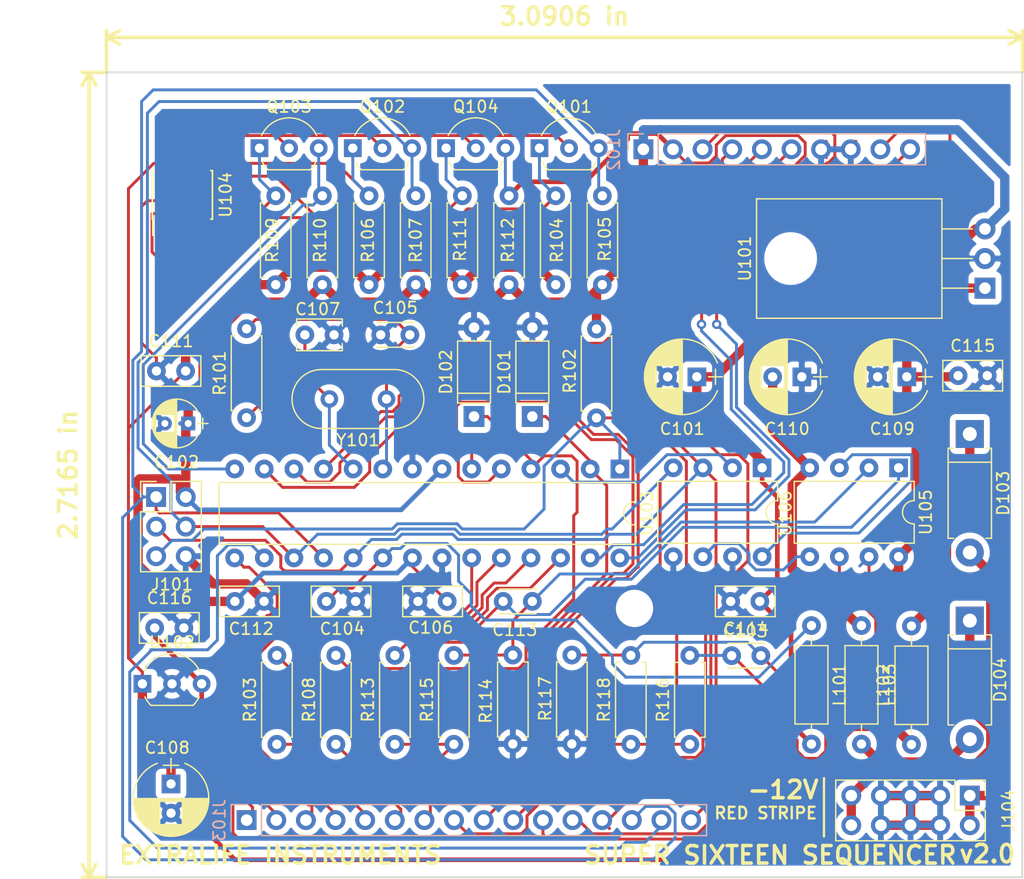
<source format=kicad_pcb>
(kicad_pcb (version 20171130) (host pcbnew "(5.1.2)-1")
  (layers (0 F.Cu signal) (31 B.Cu signal) (34 B.Paste user) (35 F.Paste user) (36 B.SilkS user) (37 F.SilkS user) (38 B.Mask user) (39 F.Mask user) (44 Edge.Cuts user))
  (net 0 "")
  (net 1 GND)
  (net 2 +5V)
  (net 3 "Net-(C104-Pad1)")
  (net 4 "Net-(C105-Pad2)")
  (net 5 "Net-(C107-Pad2)")
  (net 6 +3V3)
  (net 7 +12V)
  (net 8 -12VA)
  (net 9 "Net-(C113-Pad1)")
  (net 10 "Net-(C113-Pad2)")
  (net 11 "Net-(C114-Pad2)")
  (net 12 "Net-(C114-Pad1)")
  (net 13 "Net-(D101-Pad1)")
  (net 14 "Net-(D102-Pad1)")
  (net 15 "Net-(D103-Pad1)")
  (net 16 "Net-(D103-Pad2)")
  (net 17 "Net-(D104-Pad2)")
  (net 18 "Net-(D104-Pad1)")
  (net 19 RESET)
  (net 20 MOSI)
  (net 21 SCK)
  (net 22 MISO)
  (net 23 ENC1)
  (net 24 ENC2)
  (net 25 DIG3)
  (net 26 DIG2)
  (net 27 DIG1)
  (net 28 CS1)
  (net 29 CS0)
  (net 30 ClockIn)
  (net 31 ResetIn)
  (net 32 CV)
  (net 33 Pitch)
  (net 34 ClockOut)
  (net 35 Gate)
  (net 36 AD4)
  (net 37 AD3)
  (net 38 AD2)
  (net 39 AD1)
  (net 40 "Net-(Q101-Pad1)")
  (net 41 "Net-(Q102-Pad1)")
  (net 42 "Net-(Q103-Pad1)")
  (net 43 CS2)
  (net 44 "Net-(Q104-Pad1)")
  (net 45 "Net-(U105-Pad3)")
  (net 46 "Net-(U105-Pad5)")
  (net 47 CS3)
  (module TO_SOT_Packages_THT:TO-92_Inline_Wide (layer F.Cu) (at 27.07132 95.4151)
    (fp_text reference U102 (at 2.54 -3.56 180) (layer F.SilkS))
    (fp_text value LP2950-3.3_TO92)
    (pad 2 thru_hole circle (at 2.54 0 90) (size 1.52 1.52) (drill 0.8) (layers *.Cu *.Mask) (net 1 GND))
    (pad 3 thru_hole circle (at 5.08 0 90) (size 1.52 1.52) (drill 0.8) (layers *.Cu *.Mask) (net 7 +12V))
    (pad 1 thru_hole rect (at 0 0 90) (size 1.52 1.52) (drill 0.8) (layers *.Cu *.Mask) (net 6 +3V3))
  )
  (module TO_SOT_Packages_THT:TO-92_Inline_Wide (layer F.Cu) (at 53.1077 49.5)
    (fp_text reference Q104 (at 2.54 -3.56 180) (layer F.SilkS))
    (fp_text value 2N7000)
    (pad 2 thru_hole circle (at 2.54 0 90) (size 1.52 1.52) (drill 0.8) (layers *.Cu *.Mask) (net 6 +3V3))
    (pad 3 thru_hole circle (at 5.08 0 90) (size 1.52 1.52) (drill 0.8) (layers *.Cu *.Mask) (net 21 SCK))
    (pad 1 thru_hole rect (at 0 0 90) (size 1.52 1.52) (drill 0.8) (layers *.Cu *.Mask) (net 44 "Net-(Q104-Pad1)"))
  )
  (module TO_SOT_Packages_THT:TO-92_Inline_Wide (layer F.Cu) (at 37.1077 49.5)
    (fp_text reference Q103 (at 2.54 -3.56 180) (layer F.SilkS))
    (fp_text value 2N7000)
    (pad 2 thru_hole circle (at 2.54 0 90) (size 1.52 1.52) (drill 0.8) (layers *.Cu *.Mask) (net 6 +3V3))
    (pad 3 thru_hole circle (at 5.08 0 90) (size 1.52 1.52) (drill 0.8) (layers *.Cu *.Mask) (net 43 CS2))
    (pad 1 thru_hole rect (at 0 0 90) (size 1.52 1.52) (drill 0.8) (layers *.Cu *.Mask) (net 42 "Net-(Q103-Pad1)"))
  )
  (module TO_SOT_Packages_THT:TO-92_Inline_Wide (layer F.Cu) (at 45.1077 49.5)
    (fp_text reference Q102 (at 2.54 -3.56 180) (layer F.SilkS))
    (fp_text value 2N7000)
    (pad 2 thru_hole circle (at 2.54 0 90) (size 1.52 1.52) (drill 0.8) (layers *.Cu *.Mask) (net 6 +3V3))
    (pad 3 thru_hole circle (at 5.08 0 90) (size 1.52 1.52) (drill 0.8) (layers *.Cu *.Mask) (net 20 MOSI))
    (pad 1 thru_hole rect (at 0 0 90) (size 1.52 1.52) (drill 0.8) (layers *.Cu *.Mask) (net 41 "Net-(Q102-Pad1)"))
  )
  (module TO_SOT_Packages_THT:TO-92_Inline_Wide (layer F.Cu) (at 61.1077 49.5)
    (fp_text reference Q101 (at 2.54 -3.56 180) (layer F.SilkS))
    (fp_text value 2N7000)
    (pad 2 thru_hole circle (at 2.54 0 90) (size 1.52 1.52) (drill 0.8) (layers *.Cu *.Mask) (net 6 +3V3))
    (pad 3 thru_hole circle (at 5.08 0 90) (size 1.52 1.52) (drill 0.8) (layers *.Cu *.Mask) (net 22 MISO))
    (pad 1 thru_hole rect (at 0 0 90) (size 1.52 1.52) (drill 0.8) (layers *.Cu *.Mask) (net 40 "Net-(Q101-Pad1)"))
  )
  (module Capacitors_THT:C_Disc_D3.0mm_W2.0mm_P2.50mm (layer F.Cu) (at 77.58684 93.0021)
    (fp_text reference C114 (at 1.25 -2.31 180) (layer F.SilkS))
    (fp_text value 22pf)
    (pad 2 thru_hole circle (at 2.5 0) (size 1.6 1.6) (drill 0.8) (layers *.Cu *.Mask) (net 11 "Net-(C114-Pad2)"))
    (pad 1 thru_hole circle (at 0 0) (size 1.6 1.6) (drill 0.8) (layers *.Cu *.Mask) (net 12 "Net-(C114-Pad1)"))
  )
  (module Inductors_THT:L_Axial_L6.6mm_D2.7mm_P10.16mm_Horizontal_Vishay_IM-2 (layer F.Cu) (at 88.71353 90.42146 270)
    (fp_text reference L103 (at 5.08 -2.41 90) (layer F.SilkS))
    (fp_text value 220uH)
    (pad 1 thru_hole circle (at 0 0 270) (size 1.6 1.6) (drill 0.8) (layers *.Cu *.Mask) (net 8 -12VA))
    (pad 2 thru_hole oval (at 10.16 0 270) (size 1.6 1.6) (drill 0.8) (layers *.Cu *.Mask) (net 17 "Net-(D104-Pad2)"))
  )
  (module Inductors_THT:L_Axial_L6.6mm_D2.7mm_P10.16mm_Horizontal_Vishay_IM-2 (layer F.Cu) (at 93 100.62146 90)
    (fp_text reference L102 (at 5.08 -2.41 90) (layer F.SilkS))
    (fp_text value 220uH)
    (pad 1 thru_hole circle (at 0 0 90) (size 1.6 1.6) (drill 0.8) (layers *.Cu *.Mask) (net 7 +12V))
    (pad 2 thru_hole oval (at 10.16 0 90) (size 1.6 1.6) (drill 0.8) (layers *.Cu *.Mask) (net 15 "Net-(D103-Pad1)"))
  )
  (module Inductors_THT:L_Axial_L6.6mm_D2.7mm_P10.16mm_Horizontal_Vishay_IM-2 (layer F.Cu) (at 84.42706 90.42146 270)
    (fp_text reference L101 (at 5.08 -2.41 90) (layer F.SilkS))
    (fp_text value 220uH)
    (pad 1 thru_hole circle (at 0 0 270) (size 1.6 1.6) (drill 0.8) (layers *.Cu *.Mask) (net 3 "Net-(C104-Pad1)"))
    (pad 2 thru_hole oval (at 10.16 0 270) (size 1.6 1.6) (drill 0.8) (layers *.Cu *.Mask) (net 2 +5V))
  )
  (module Pin_Headers:Pin_Header_Straight_1x16_Pitch2.54mm (layer B.Cu) (at 36.00704 107.0991 270)
    (fp_text reference J103 (at 0 2.33 270) (layer B.SilkS) (effects (justify mirror)))
    (fp_text value Conn_01x16_Female)
    (pad 1 thru_hole rect (at 0 0 270) (size 1.7 1.7) (drill 1) (layers *.Cu *.Mask) (net 39 AD1))
    (pad 2 thru_hole oval (at 0 -2.54 270) (size 1.7 1.7) (drill 1) (layers *.Cu *.Mask) (net 38 AD2))
    (pad 3 thru_hole oval (at 0 -5.08 270) (size 1.7 1.7) (drill 1) (layers *.Cu *.Mask) (net 37 AD3))
    (pad 4 thru_hole oval (at 0 -7.62 270) (size 1.7 1.7) (drill 1) (layers *.Cu *.Mask) (net 36 AD4))
    (pad 5 thru_hole oval (at 0 -10.16 270) (size 1.7 1.7) (drill 1) (layers *.Cu *.Mask) (net 35 Gate))
    (pad 6 thru_hole oval (at 0 -12.7 270) (size 1.7 1.7) (drill 1) (layers *.Cu *.Mask) (net 34 ClockOut))
    (pad 7 thru_hole oval (at 0 -15.24 270) (size 1.7 1.7) (drill 1) (layers *.Cu *.Mask) (net 33 Pitch))
    (pad 8 thru_hole oval (at 0 -17.78 270) (size 1.7 1.7) (drill 1) (layers *.Cu *.Mask) (net 32 CV))
    (pad 9 thru_hole oval (at 0 -20.32 270) (size 1.7 1.7) (drill 1) (layers *.Cu *.Mask) (net 31 ResetIn))
    (pad 10 thru_hole oval (at 0 -22.86 270) (size 1.7 1.7) (drill 1) (layers *.Cu *.Mask) (net 30 ClockIn))
    (pad 11 thru_hole oval (at 0 -25.4 270) (size 1.7 1.7) (drill 1) (layers *.Cu *.Mask) (net 28 CS1))
    (pad 12 thru_hole oval (at 0 -27.94 270) (size 1.7 1.7) (drill 1) (layers *.Cu *.Mask) (net 21 SCK))
    (pad 13 thru_hole oval (at 0 -30.48 270) (size 1.7 1.7) (drill 1) (layers *.Cu *.Mask) (net 20 MOSI))
    (pad 14 thru_hole oval (at 0 -33.02 270) (size 1.7 1.7) (drill 1) (layers *.Cu *.Mask) (net 22 MISO))
    (pad 15 thru_hole oval (at 0 -35.56 270) (size 1.7 1.7) (drill 1) (layers *.Cu *.Mask) (net 29 CS0))
    (pad 16 thru_hole oval (at 0 -38.1 270) (size 1.7 1.7) (drill 1) (layers *.Cu *.Mask) (net 19 RESET))
  )
  (module Housings_DIP:DIP-8_W7.62mm (layer F.Cu) (at 80.2 76.9 270)
    (fp_text reference U106 (at 3.9 -2 270) (layer F.SilkS))
    (fp_text value MCP4822)
    (pad 1 thru_hole rect (at 0 0 270) (size 1.6 1.6) (drill 0.8) (layers *.Cu *.Mask) (net 2 +5V))
    (pad 5 thru_hole oval (at 7.62 7.62 270) (size 1.6 1.6) (drill 0.8) (layers *.Cu *.Mask) (net 1 GND))
    (pad 2 thru_hole oval (at 0 2.54 270) (size 1.6 1.6) (drill 0.8) (layers *.Cu *.Mask) (net 47 CS3))
    (pad 6 thru_hole oval (at 7.62 5.08 270) (size 1.6 1.6) (drill 0.8) (layers *.Cu *.Mask) (net 46 "Net-(U105-Pad5)"))
    (pad 3 thru_hole oval (at 0 5.08 270) (size 1.6 1.6) (drill 0.8) (layers *.Cu *.Mask) (net 21 SCK))
    (pad 7 thru_hole oval (at 7.62 2.54 270) (size 1.6 1.6) (drill 0.8) (layers *.Cu *.Mask) (net 1 GND))
    (pad 4 thru_hole oval (at 0 7.62 270) (size 1.6 1.6) (drill 0.8) (layers *.Cu *.Mask) (net 20 MOSI))
    (pad 8 thru_hole oval (at 7.62 0 270) (size 1.6 1.6) (drill 0.8) (layers *.Cu *.Mask) (net 45 "Net-(U105-Pad3)"))
  )
  (module Capacitors_THT:C_Disc_D5.0mm_W2.5mm_P2.50mm (layer F.Cu) (at 97 69)
    (fp_text reference C115 (at 1.25 -2.56) (layer F.SilkS))
    (fp_text value 100nF)
    (pad 1 thru_hole circle (at 0 0) (size 1.6 1.6) (drill 0.8) (layers *.Cu *.Mask) (net 7 +12V))
    (pad 2 thru_hole circle (at 2.5 0) (size 1.6 1.6) (drill 0.8) (layers *.Cu *.Mask) (net 1 GND))
  )
  (module Capacitors_THT:C_Disc_D5.0mm_W2.5mm_P2.50mm (layer F.Cu) (at 28.125001 90.625001)
    (fp_text reference C116 (at 1.25 -2.56) (layer F.SilkS))
    (fp_text value 100nF)
    (pad 2 thru_hole circle (at 2.5 0) (size 1.6 1.6) (drill 0.8) (layers *.Cu *.Mask) (net 1 GND))
    (pad 1 thru_hole circle (at 0 0) (size 1.6 1.6) (drill 0.8) (layers *.Cu *.Mask) (net 7 +12V))
  )
  (module Housings_DIP:DIP-28_W7.62mm (layer F.Cu) (at 68 77 270)
    (fp_text reference U103 (at 3.81 -2.33 270) (layer F.SilkS))
    (fp_text value ATmega328-PU)
    (pad 28 thru_hole oval (at 7.62 0 270) (size 1.6 1.6) (drill 0.8) (layers *.Cu *.Mask) (net 24 ENC2))
    (pad 14 thru_hole oval (at 0 33.02 270) (size 1.6 1.6) (drill 0.8) (layers *.Cu *.Mask) (net 43 CS2))
    (pad 27 thru_hole oval (at 7.62 2.54 270) (size 1.6 1.6) (drill 0.8) (layers *.Cu *.Mask) (net 23 ENC1))
    (pad 13 thru_hole oval (at 0 30.48 270) (size 1.6 1.6) (drill 0.8) (layers *.Cu *.Mask) (net 25 DIG3))
    (pad 26 thru_hole oval (at 7.62 5.08 270) (size 1.6 1.6) (drill 0.8) (layers *.Cu *.Mask) (net 36 AD4))
    (pad 12 thru_hole oval (at 0 27.94 270) (size 1.6 1.6) (drill 0.8) (layers *.Cu *.Mask) (net 26 DIG2))
    (pad 25 thru_hole oval (at 7.62 7.62 270) (size 1.6 1.6) (drill 0.8) (layers *.Cu *.Mask) (net 37 AD3))
    (pad 11 thru_hole oval (at 0 25.4 270) (size 1.6 1.6) (drill 0.8) (layers *.Cu *.Mask) (net 27 DIG1))
    (pad 24 thru_hole oval (at 7.62 10.16 270) (size 1.6 1.6) (drill 0.8) (layers *.Cu *.Mask) (net 38 AD2))
    (pad 10 thru_hole oval (at 0 22.86 270) (size 1.6 1.6) (drill 0.8) (layers *.Cu *.Mask) (net 5 "Net-(C107-Pad2)"))
    (pad 23 thru_hole oval (at 7.62 12.7 270) (size 1.6 1.6) (drill 0.8) (layers *.Cu *.Mask) (net 39 AD1))
    (pad 9 thru_hole oval (at 0 20.32 270) (size 1.6 1.6) (drill 0.8) (layers *.Cu *.Mask) (net 4 "Net-(C105-Pad2)"))
    (pad 22 thru_hole oval (at 7.62 15.24 270) (size 1.6 1.6) (drill 0.8) (layers *.Cu *.Mask) (net 1 GND))
    (pad 8 thru_hole oval (at 0 17.78 270) (size 1.6 1.6) (drill 0.8) (layers *.Cu *.Mask) (net 1 GND))
    (pad 21 thru_hole oval (at 7.62 17.78 270) (size 1.6 1.6) (drill 0.8) (layers *.Cu *.Mask) (net 2 +5V))
    (pad 7 thru_hole oval (at 0 15.24 270) (size 1.6 1.6) (drill 0.8) (layers *.Cu *.Mask) (net 2 +5V))
    (pad 20 thru_hole oval (at 7.62 20.32 270) (size 1.6 1.6) (drill 0.8) (layers *.Cu *.Mask) (net 3 "Net-(C104-Pad1)"))
    (pad 6 thru_hole oval (at 0 12.7 270) (size 1.6 1.6) (drill 0.8) (layers *.Cu *.Mask) (net 31 ResetIn))
    (pad 19 thru_hole oval (at 7.62 22.86 270) (size 1.6 1.6) (drill 0.8) (layers *.Cu *.Mask) (net 21 SCK))
    (pad 5 thru_hole oval (at 0 10.16 270) (size 1.6 1.6) (drill 0.8) (layers *.Cu *.Mask) (net 30 ClockIn))
    (pad 18 thru_hole oval (at 7.62 25.4 270) (size 1.6 1.6) (drill 0.8) (layers *.Cu *.Mask) (net 22 MISO))
    (pad 4 thru_hole oval (at 0 7.62 270) (size 1.6 1.6) (drill 0.8) (layers *.Cu *.Mask) (net 14 "Net-(D102-Pad1)"))
    (pad 17 thru_hole oval (at 7.62 27.94 270) (size 1.6 1.6) (drill 0.8) (layers *.Cu *.Mask) (net 20 MOSI))
    (pad 3 thru_hole oval (at 0 5.08 270) (size 1.6 1.6) (drill 0.8) (layers *.Cu *.Mask) (net 47 CS3))
    (pad 16 thru_hole oval (at 7.62 30.48 270) (size 1.6 1.6) (drill 0.8) (layers *.Cu *.Mask) (net 29 CS0))
    (pad 2 thru_hole oval (at 0 2.54 270) (size 1.6 1.6) (drill 0.8) (layers *.Cu *.Mask) (net 13 "Net-(D101-Pad1)"))
    (pad 15 thru_hole oval (at 7.62 33.02 270) (size 1.6 1.6) (drill 0.8) (layers *.Cu *.Mask) (net 28 CS1))
    (pad 1 thru_hole rect (at 0 0 270) (size 1.6 1.6) (drill 0.8) (layers *.Cu *.Mask) (net 19 RESET))
  )
  (module Capacitors_THT:CP_Radial_D6.3mm_P2.50mm (layer F.Cu) (at 74.6 69.1 180)
    (fp_text reference C101 (at 1.25 -4.46 180) (layer F.SilkS))
    (fp_text value 47uF)
    (pad 2 thru_hole circle (at 2.5 0 180) (size 1.6 1.6) (drill 0.8) (layers *.Cu *.Mask) (net 1 GND))
    (pad 1 thru_hole rect (at 0 0 180) (size 1.6 1.6) (drill 0.8) (layers *.Cu *.Mask) (net 2 +5V))
  )
  (module Capacitors_THT:CP_Radial_D4.0mm_P2.00mm (layer F.Cu) (at 31 73.1 180)
    (fp_text reference C102 (at 1 -3.31 180) (layer F.SilkS))
    (fp_text value 1uF)
    (pad 2 thru_hole circle (at 2 0 180) (size 1.2 1.2) (drill 0.6) (layers *.Cu *.Mask) (net 1 GND))
    (pad 1 thru_hole rect (at 0 0 180) (size 1.2 1.2) (drill 0.6) (layers *.Cu *.Mask) (net 2 +5V))
  )
  (module Capacitors_THT:C_Disc_D5.0mm_W2.5mm_P2.50mm (layer F.Cu) (at 80 88.35 180)
    (fp_text reference C103 (at 1.25 -2.56 180) (layer F.SilkS))
    (fp_text value 100nF)
    (pad 1 thru_hole circle (at 0 0 180) (size 1.6 1.6) (drill 0.8) (layers *.Cu *.Mask) (net 2 +5V))
    (pad 2 thru_hole circle (at 2.5 0 180) (size 1.6 1.6) (drill 0.8) (layers *.Cu *.Mask) (net 1 GND))
  )
  (module Capacitors_THT:C_Disc_D5.0mm_W2.5mm_P2.50mm (layer F.Cu) (at 42.85 88.35)
    (fp_text reference C104 (at 1.35 2.35) (layer F.SilkS))
    (fp_text value 100nF)
    (pad 2 thru_hole circle (at 2.5 0) (size 1.6 1.6) (drill 0.8) (layers *.Cu *.Mask) (net 1 GND))
    (pad 1 thru_hole circle (at 0 0) (size 1.6 1.6) (drill 0.8) (layers *.Cu *.Mask) (net 3 "Net-(C104-Pad1)"))
  )
  (module Capacitors_THT:C_Disc_D3.0mm_W2.0mm_P2.50mm (layer F.Cu) (at 47.5 65.5)
    (fp_text reference C105 (at 1.25 -2.31) (layer F.SilkS))
    (fp_text value 22pf)
    (pad 2 thru_hole circle (at 2.5 0) (size 1.6 1.6) (drill 0.8) (layers *.Cu *.Mask) (net 4 "Net-(C105-Pad2)"))
    (pad 1 thru_hole circle (at 0 0) (size 1.6 1.6) (drill 0.8) (layers *.Cu *.Mask) (net 1 GND))
  )
  (module Capacitors_THT:C_Disc_D5.0mm_W2.5mm_P2.50mm (layer F.Cu) (at 53.2 88.35 180)
    (fp_text reference C106 (at 1.4 -2.25 180) (layer F.SilkS))
    (fp_text value 100nF)
    (pad 1 thru_hole circle (at 0 0 180) (size 1.6 1.6) (drill 0.8) (layers *.Cu *.Mask) (net 2 +5V))
    (pad 2 thru_hole circle (at 2.5 0 180) (size 1.6 1.6) (drill 0.8) (layers *.Cu *.Mask) (net 1 GND))
  )
  (module Capacitors_THT:C_Disc_D3.8mm_W2.6mm_P2.50mm (layer F.Cu) (at 43.5 65.5 180)
    (fp_text reference C107 (at 1.4 2.2 180) (layer F.SilkS))
    (fp_text value 22pf)
    (pad 2 thru_hole circle (at 2.5 0 180) (size 1.6 1.6) (drill 0.8) (layers *.Cu *.Mask) (net 5 "Net-(C107-Pad2)"))
    (pad 1 thru_hole circle (at 0 0 180) (size 1.6 1.6) (drill 0.8) (layers *.Cu *.Mask) (net 1 GND))
  )
  (module Capacitors_THT:CP_Radial_D6.3mm_P2.50mm (layer F.Cu) (at 29.525 104 270)
    (fp_text reference C108 (at -3.1 0.325) (layer F.SilkS))
    (fp_text value 47uF)
    (pad 1 thru_hole rect (at 0 0 270) (size 1.6 1.6) (drill 0.8) (layers *.Cu *.Mask) (net 6 +3V3))
    (pad 2 thru_hole circle (at 2.5 0 270) (size 1.6 1.6) (drill 0.8) (layers *.Cu *.Mask) (net 1 GND))
  )
  (module Capacitors_THT:CP_Radial_D6.3mm_P2.50mm (layer F.Cu) (at 92.6 69.1 180)
    (fp_text reference C109 (at 1.25 -4.46 180) (layer F.SilkS))
    (fp_text value 330uf)
    (pad 2 thru_hole circle (at 2.5 0 180) (size 1.6 1.6) (drill 0.8) (layers *.Cu *.Mask) (net 1 GND))
    (pad 1 thru_hole rect (at 0 0 180) (size 1.6 1.6) (drill 0.8) (layers *.Cu *.Mask) (net 7 +12V))
  )
  (module Capacitors_THT:CP_Radial_D6.3mm_P2.50mm (layer F.Cu) (at 83.6 69.1 180)
    (fp_text reference C110 (at 1.25 -4.46 180) (layer F.SilkS))
    (fp_text value 47uF)
    (pad 1 thru_hole rect (at 0 0 180) (size 1.6 1.6) (drill 0.8) (layers *.Cu *.Mask) (net 1 GND))
    (pad 2 thru_hole circle (at 2.5 0 180) (size 1.6 1.6) (drill 0.8) (layers *.Cu *.Mask) (net 8 -12VA))
  )
  (module Capacitors_THT:C_Disc_D5.0mm_W2.5mm_P2.50mm (layer F.Cu) (at 28.275 68.6)
    (fp_text reference C111 (at 1.25 -2.56) (layer F.SilkS))
    (fp_text value 100nF)
    (pad 2 thru_hole circle (at 2.5 0) (size 1.6 1.6) (drill 0.8) (layers *.Cu *.Mask) (net 6 +3V3))
    (pad 1 thru_hole circle (at 0 0) (size 1.6 1.6) (drill 0.8) (layers *.Cu *.Mask) (net 1 GND))
  )
  (module Capacitors_THT:C_Disc_D5.0mm_W2.5mm_P2.50mm (layer F.Cu) (at 35 88.35)
    (fp_text reference C112 (at 1.4 2.35) (layer F.SilkS))
    (fp_text value 100nF)
    (pad 2 thru_hole circle (at 2.5 0) (size 1.6 1.6) (drill 0.8) (layers *.Cu *.Mask) (net 1 GND))
    (pad 1 thru_hole circle (at 0 0) (size 1.6 1.6) (drill 0.8) (layers *.Cu *.Mask) (net 2 +5V))
  )
  (module Capacitors_THT:C_Disc_D3.0mm_W2.0mm_P2.50mm (layer F.Cu) (at 58 88.35)
    (fp_text reference C113 (at 1 2.45) (layer F.SilkS))
    (fp_text value 22pf)
    (pad 1 thru_hole circle (at 0 0) (size 1.6 1.6) (drill 0.8) (layers *.Cu *.Mask) (net 9 "Net-(C113-Pad1)"))
    (pad 2 thru_hole circle (at 2.5 0) (size 1.6 1.6) (drill 0.8) (layers *.Cu *.Mask) (net 10 "Net-(C113-Pad2)"))
  )
  (module Diodes_THT:D_A-405_P7.62mm_Horizontal (layer F.Cu) (at 60.5 72.5 90)
    (fp_text reference D101 (at 3.81 -2.41 90) (layer F.SilkS))
    (fp_text value 1N4733A)
    (pad 2 thru_hole oval (at 7.62 0 90) (size 1.8 1.8) (drill 0.9) (layers *.Cu *.Mask) (net 1 GND))
    (pad 1 thru_hole rect (at 0 0 90) (size 1.8 1.8) (drill 0.9) (layers *.Cu *.Mask) (net 13 "Net-(D101-Pad1)"))
  )
  (module Diodes_THT:D_A-405_P7.62mm_Horizontal (layer F.Cu) (at 55.5 72.5 90)
    (fp_text reference D102 (at 3.81 -2.41 90) (layer F.SilkS))
    (fp_text value 1N4733A)
    (pad 1 thru_hole rect (at 0 0 90) (size 1.8 1.8) (drill 0.9) (layers *.Cu *.Mask) (net 14 "Net-(D102-Pad1)"))
    (pad 2 thru_hole oval (at 7.62 0 90) (size 1.8 1.8) (drill 0.9) (layers *.Cu *.Mask) (net 1 GND))
  )
  (module Diodes_THT:D_DO-15_P10.16mm_Horizontal (layer F.Cu) (at 98 74 270)
    (fp_text reference D103 (at 5.08 -2.86 270) (layer F.SilkS))
    (fp_text value 1N4001)
    (pad 1 thru_hole rect (at 0 0 270) (size 2.4 2.4) (drill 1.2) (layers *.Cu *.Mask) (net 15 "Net-(D103-Pad1)"))
    (pad 2 thru_hole oval (at 10.16 0 270) (size 2.4 2.4) (drill 1.2) (layers *.Cu *.Mask) (net 16 "Net-(D103-Pad2)"))
  )
  (module Diodes_THT:D_DO-15_P10.16mm_Horizontal (layer F.Cu) (at 98 90 270)
    (fp_text reference D104 (at 5.08 -2.6 270) (layer F.SilkS))
    (fp_text value 1N4001)
    (pad 2 thru_hole oval (at 10.16 0 270) (size 2.4 2.4) (drill 1.2) (layers *.Cu *.Mask) (net 17 "Net-(D104-Pad2)"))
    (pad 1 thru_hole rect (at 0 0 270) (size 2.4 2.4) (drill 1.2) (layers *.Cu *.Mask) (net 18 "Net-(D104-Pad1)"))
  )
  (module Pin_Headers:Pin_Header_Straight_2x03_Pitch2.54mm (layer F.Cu) (at 28.25 79.4)
    (fp_text reference J101 (at 1.35 7.5) (layer F.SilkS))
    (fp_text value "ICSP Header")
    (pad 6 thru_hole oval (at 2.54 5.08) (size 1.7 1.7) (drill 1) (layers *.Cu *.Mask) (net 1 GND))
    (pad 5 thru_hole oval (at 0 5.08) (size 1.7 1.7) (drill 1) (layers *.Cu *.Mask) (net 19 RESET))
    (pad 4 thru_hole oval (at 2.54 2.54) (size 1.7 1.7) (drill 1) (layers *.Cu *.Mask) (net 20 MOSI))
    (pad 3 thru_hole oval (at 0 2.54) (size 1.7 1.7) (drill 1) (layers *.Cu *.Mask) (net 21 SCK))
    (pad 2 thru_hole oval (at 2.54 0) (size 1.7 1.7) (drill 1) (layers *.Cu *.Mask) (net 2 +5V))
    (pad 1 thru_hole rect (at 0 0) (size 1.7 1.7) (drill 1) (layers *.Cu *.Mask) (net 22 MISO))
  )
  (module Pin_Headers:Pin_Header_Straight_1x10_Pitch2.54mm (layer B.Cu) (at 70.015993 49.594547 270)
    (fp_text reference J102 (at 0.027727 2.522997 270) (layer B.SilkS) (effects (justify mirror)))
    (fp_text value Conn_01x10_Male)
    (pad 10 thru_hole oval (at 0 -22.86 270) (size 1.7 1.7) (drill 1) (layers *.Cu *.Mask) (net 23 ENC1))
    (pad 9 thru_hole oval (at 0 -20.32 270) (size 1.7 1.7) (drill 1) (layers *.Cu *.Mask) (net 24 ENC2))
    (pad 8 thru_hole oval (at 0 -17.78 270) (size 1.7 1.7) (drill 1) (layers *.Cu *.Mask) (net 1 GND))
    (pad 7 thru_hole oval (at 0 -15.24 270) (size 1.7 1.7) (drill 1) (layers *.Cu *.Mask) (net 1 GND))
    (pad 6 thru_hole oval (at 0 -12.7 270) (size 1.7 1.7) (drill 1) (layers *.Cu *.Mask) (net 25 DIG3))
    (pad 5 thru_hole oval (at 0 -10.16 270) (size 1.7 1.7) (drill 1) (layers *.Cu *.Mask) (net 26 DIG2))
    (pad 4 thru_hole oval (at 0 -7.62 270) (size 1.7 1.7) (drill 1) (layers *.Cu *.Mask) (net 27 DIG1))
    (pad 3 thru_hole oval (at 0 -5.08 270) (size 1.7 1.7) (drill 1) (layers *.Cu *.Mask) (net 28 CS1))
    (pad 2 thru_hole oval (at 0 -2.54 270) (size 1.7 1.7) (drill 1) (layers *.Cu *.Mask) (net 21 SCK))
    (pad 1 thru_hole rect (at 0 0 270) (size 1.7 1.7) (drill 1) (layers *.Cu *.Mask) (net 2 +5V))
  )
  (module Pin_Headers:Pin_Header_Straight_2x05_Pitch2.54mm (layer F.Cu) (at 98 105 270)
    (fp_text reference J104 (at 1.3 -3.3 270) (layer F.SilkS))
    (fp_text value Conn_02x05_Odd_Even)
    (pad 10 thru_hole oval (at 2.54 10.16 270) (size 1.7 1.7) (drill 1) (layers *.Cu *.Mask) (net 18 "Net-(D104-Pad1)"))
    (pad 9 thru_hole oval (at 0 10.16 270) (size 1.7 1.7) (drill 1) (layers *.Cu *.Mask) (net 18 "Net-(D104-Pad1)"))
    (pad 8 thru_hole oval (at 2.54 7.62 270) (size 1.7 1.7) (drill 1) (layers *.Cu *.Mask) (net 1 GND))
    (pad 7 thru_hole oval (at 0 7.62 270) (size 1.7 1.7) (drill 1) (layers *.Cu *.Mask) (net 1 GND))
    (pad 6 thru_hole oval (at 2.54 5.08 270) (size 1.7 1.7) (drill 1) (layers *.Cu *.Mask) (net 1 GND))
    (pad 5 thru_hole oval (at 0 5.08 270) (size 1.7 1.7) (drill 1) (layers *.Cu *.Mask) (net 1 GND))
    (pad 4 thru_hole oval (at 2.54 2.54 270) (size 1.7 1.7) (drill 1) (layers *.Cu *.Mask) (net 1 GND))
    (pad 3 thru_hole oval (at 0 2.54 270) (size 1.7 1.7) (drill 1) (layers *.Cu *.Mask) (net 1 GND))
    (pad 2 thru_hole oval (at 2.54 0 270) (size 1.7 1.7) (drill 1) (layers *.Cu *.Mask) (net 16 "Net-(D103-Pad2)"))
    (pad 1 thru_hole rect (at 0 0 270) (size 1.7 1.7) (drill 1) (layers *.Cu *.Mask) (net 16 "Net-(D103-Pad2)"))
  )
  (module Resistors_THT:R_Axial_DIN0207_L6.3mm_D2.5mm_P7.62mm_Horizontal (layer F.Cu) (at 36 72.6 90)
    (fp_text reference R101 (at 3.81 -2.31 90) (layer F.SilkS))
    (fp_text value 1M)
    (pad 1 thru_hole circle (at 0 0 90) (size 1.6 1.6) (drill 0.8) (layers *.Cu *.Mask) (net 5 "Net-(C107-Pad2)"))
    (pad 2 thru_hole oval (at 7.62 0 90) (size 1.6 1.6) (drill 0.8) (layers *.Cu *.Mask) (net 4 "Net-(C105-Pad2)"))
  )
  (module Resistors_THT:R_Axial_DIN0207_L6.3mm_D2.5mm_P7.62mm_Horizontal (layer F.Cu) (at 66 65 270)
    (fp_text reference R102 (at 3.6 2.3 270) (layer F.SilkS))
    (fp_text value 10k)
    (pad 1 thru_hole circle (at 0 0 270) (size 1.6 1.6) (drill 0.8) (layers *.Cu *.Mask) (net 2 +5V))
    (pad 2 thru_hole oval (at 7.62 0 270) (size 1.6 1.6) (drill 0.8) (layers *.Cu *.Mask) (net 19 RESET))
  )
  (module Resistors_THT:R_Axial_DIN0207_L6.3mm_D2.5mm_P7.62mm_Horizontal (layer F.Cu) (at 38.6 100.6 90)
    (fp_text reference R103 (at 3.81 -2.31 90) (layer F.SilkS))
    (fp_text value 1k)
    (pad 1 thru_hole circle (at 0 0 90) (size 1.6 1.6) (drill 0.8) (layers *.Cu *.Mask) (net 35 Gate))
    (pad 2 thru_hole oval (at 7.62 0 90) (size 1.6 1.6) (drill 0.8) (layers *.Cu *.Mask) (net 13 "Net-(D101-Pad1)"))
  )
  (module Resistors_THT:R_Axial_DIN0207_L6.3mm_D2.5mm_P7.62mm_Horizontal (layer F.Cu) (at 62.5 61.2 90)
    (fp_text reference R104 (at 3.8 0.1 90) (layer F.SilkS))
    (fp_text value 1K)
    (pad 2 thru_hole oval (at 7.62 0 90) (size 1.6 1.6) (drill 0.8) (layers *.Cu *.Mask) (net 40 "Net-(Q101-Pad1)"))
    (pad 1 thru_hole circle (at 0 0 90) (size 1.6 1.6) (drill 0.8) (layers *.Cu *.Mask) (net 6 +3V3))
  )
  (module Resistors_THT:R_Axial_DIN0207_L6.3mm_D2.5mm_P7.62mm_Horizontal (layer F.Cu) (at 66.5 61.2 90)
    (fp_text reference R105 (at 3.9 0.2 90) (layer F.SilkS))
    (fp_text value 1K)
    (pad 2 thru_hole oval (at 7.62 0 90) (size 1.6 1.6) (drill 0.8) (layers *.Cu *.Mask) (net 22 MISO))
    (pad 1 thru_hole circle (at 0 0 90) (size 1.6 1.6) (drill 0.8) (layers *.Cu *.Mask) (net 2 +5V))
  )
  (module Resistors_THT:R_Axial_DIN0207_L6.3mm_D2.5mm_P7.62mm_Horizontal (layer F.Cu) (at 46.5 61.2 90)
    (fp_text reference R106 (at 3.81 -0.1 90) (layer F.SilkS))
    (fp_text value 1K)
    (pad 1 thru_hole circle (at 0 0 90) (size 1.6 1.6) (drill 0.8) (layers *.Cu *.Mask) (net 6 +3V3))
    (pad 2 thru_hole oval (at 7.62 0 90) (size 1.6 1.6) (drill 0.8) (layers *.Cu *.Mask) (net 41 "Net-(Q102-Pad1)"))
  )
  (module Resistors_THT:R_Axial_DIN0207_L6.3mm_D2.5mm_P7.62mm_Horizontal (layer F.Cu) (at 50.5 61.2 90)
    (fp_text reference R107 (at 3.8 0 90) (layer F.SilkS))
    (fp_text value 1K)
    (pad 2 thru_hole oval (at 7.62 0 90) (size 1.6 1.6) (drill 0.8) (layers *.Cu *.Mask) (net 20 MOSI))
    (pad 1 thru_hole circle (at 0 0 90) (size 1.6 1.6) (drill 0.8) (layers *.Cu *.Mask) (net 2 +5V))
  )
  (module Resistors_THT:R_Axial_DIN0207_L6.3mm_D2.5mm_P7.62mm_Horizontal (layer F.Cu) (at 43.657142 100.6 90)
    (fp_text reference R108 (at 3.81 -2.31 90) (layer F.SilkS))
    (fp_text value 1k)
    (pad 2 thru_hole oval (at 7.62 0 90) (size 1.6 1.6) (drill 0.8) (layers *.Cu *.Mask) (net 14 "Net-(D102-Pad1)"))
    (pad 1 thru_hole circle (at 0 0 90) (size 1.6 1.6) (drill 0.8) (layers *.Cu *.Mask) (net 34 ClockOut))
  )
  (module Resistors_THT:R_Axial_DIN0207_L6.3mm_D2.5mm_P7.62mm_Horizontal (layer F.Cu) (at 38.5 61.2 90)
    (fp_text reference R109 (at 3.81 -0.3 90) (layer F.SilkS))
    (fp_text value 1K)
    (pad 2 thru_hole oval (at 7.62 0 90) (size 1.6 1.6) (drill 0.8) (layers *.Cu *.Mask) (net 42 "Net-(Q103-Pad1)"))
    (pad 1 thru_hole circle (at 0 0 90) (size 1.6 1.6) (drill 0.8) (layers *.Cu *.Mask) (net 6 +3V3))
  )
  (module Resistors_THT:R_Axial_DIN0207_L6.3mm_D2.5mm_P7.62mm_Horizontal (layer F.Cu) (at 42.5 61.2 90)
    (fp_text reference R110 (at 3.81 -0.2 90) (layer F.SilkS))
    (fp_text value 1K)
    (pad 1 thru_hole circle (at 0 0 90) (size 1.6 1.6) (drill 0.8) (layers *.Cu *.Mask) (net 2 +5V))
    (pad 2 thru_hole oval (at 7.62 0 90) (size 1.6 1.6) (drill 0.8) (layers *.Cu *.Mask) (net 43 CS2))
  )
  (module Resistors_THT:R_Axial_DIN0207_L6.3mm_D2.5mm_P7.62mm_Horizontal (layer F.Cu) (at 54.5 61.2 90)
    (fp_text reference R111 (at 3.9 -0.2 90) (layer F.SilkS))
    (fp_text value 1K)
    (pad 2 thru_hole oval (at 7.62 0 90) (size 1.6 1.6) (drill 0.8) (layers *.Cu *.Mask) (net 44 "Net-(Q104-Pad1)"))
    (pad 1 thru_hole circle (at 0 0 90) (size 1.6 1.6) (drill 0.8) (layers *.Cu *.Mask) (net 6 +3V3))
  )
  (module Resistors_THT:R_Axial_DIN0207_L6.3mm_D2.5mm_P7.62mm_Horizontal (layer F.Cu) (at 58.5 61.2 90)
    (fp_text reference R112 (at 3.81 -0.1 90) (layer F.SilkS))
    (fp_text value 1K)
    (pad 1 thru_hole circle (at 0 0 90) (size 1.6 1.6) (drill 0.8) (layers *.Cu *.Mask) (net 2 +5V))
    (pad 2 thru_hole oval (at 7.62 0 90) (size 1.6 1.6) (drill 0.8) (layers *.Cu *.Mask) (net 21 SCK))
  )
  (module Resistors_THT:R_Axial_DIN0207_L6.3mm_D2.5mm_P7.62mm_Horizontal (layer F.Cu) (at 48.714284 100.6 90)
    (fp_text reference R113 (at 3.81 -2.31 90) (layer F.SilkS))
    (fp_text value 1k)
    (pad 2 thru_hole oval (at 7.62 0 90) (size 1.6 1.6) (drill 0.8) (layers *.Cu *.Mask) (net 9 "Net-(C113-Pad1)"))
    (pad 1 thru_hole circle (at 0 0 90) (size 1.6 1.6) (drill 0.8) (layers *.Cu *.Mask) (net 33 Pitch))
  )
  (module Resistors_THT:R_Axial_DIN0207_L6.3mm_D2.5mm_P7.62mm_Horizontal (layer F.Cu) (at 58.828568 92.95 270)
    (fp_text reference R114 (at 3.95 2.328568 270) (layer F.SilkS))
    (fp_text value 10k)
    (pad 1 thru_hole circle (at 0 0 270) (size 1.6 1.6) (drill 0.8) (layers *.Cu *.Mask) (net 10 "Net-(C113-Pad2)"))
    (pad 2 thru_hole oval (at 7.62 0 270) (size 1.6 1.6) (drill 0.8) (layers *.Cu *.Mask) (net 1 GND))
  )
  (module Resistors_THT:R_Axial_DIN0207_L6.3mm_D2.5mm_P7.62mm_Horizontal (layer F.Cu) (at 53.771426 100.6 90)
    (fp_text reference R115 (at 3.81 -2.31 90) (layer F.SilkS))
    (fp_text value 10k)
    (pad 2 thru_hole oval (at 7.62 0 90) (size 1.6 1.6) (drill 0.8) (layers *.Cu *.Mask) (net 10 "Net-(C113-Pad2)"))
    (pad 1 thru_hole circle (at 0 0 90) (size 1.6 1.6) (drill 0.8) (layers *.Cu *.Mask) (net 33 Pitch))
  )
  (module Resistors_THT:R_Axial_DIN0207_L6.3mm_D2.5mm_P7.62mm_Horizontal (layer F.Cu) (at 74 100.6 90)
    (fp_text reference R116 (at 3.81 -2.31 90) (layer F.SilkS))
    (fp_text value 1k)
    (pad 1 thru_hole circle (at 0 0 90) (size 1.6 1.6) (drill 0.8) (layers *.Cu *.Mask) (net 32 CV))
    (pad 2 thru_hole oval (at 7.62 0 90) (size 1.6 1.6) (drill 0.8) (layers *.Cu *.Mask) (net 12 "Net-(C114-Pad1)"))
  )
  (module Resistors_THT:R_Axial_DIN0207_L6.3mm_D2.5mm_P7.62mm_Horizontal (layer F.Cu) (at 63.88571 92.95 270)
    (fp_text reference R117 (at 3.75 2.28571 270) (layer F.SilkS))
    (fp_text value 10k)
    (pad 2 thru_hole oval (at 7.62 0 270) (size 1.6 1.6) (drill 0.8) (layers *.Cu *.Mask) (net 1 GND))
    (pad 1 thru_hole circle (at 0 0 270) (size 1.6 1.6) (drill 0.8) (layers *.Cu *.Mask) (net 11 "Net-(C114-Pad2)"))
  )
  (module Resistors_THT:R_Axial_DIN0207_L6.3mm_D2.5mm_P7.62mm_Horizontal (layer F.Cu) (at 68.942852 100.6 90)
    (fp_text reference R118 (at 3.81 -2.31 90) (layer F.SilkS))
    (fp_text value 10k)
    (pad 1 thru_hole circle (at 0 0 90) (size 1.6 1.6) (drill 0.8) (layers *.Cu *.Mask) (net 32 CV))
    (pad 2 thru_hole oval (at 7.62 0 90) (size 1.6 1.6) (drill 0.8) (layers *.Cu *.Mask) (net 11 "Net-(C114-Pad2)"))
  )
  (module TO_SOT_Packages_THT:TO-220-3_Horizontal (layer F.Cu) (at 99.3 61.5 90)
    (fp_text reference U101 (at 2.54 -20.58 90) (layer F.SilkS))
    (fp_text value L7805)
    (pad 3 thru_hole oval (at 5.08 0 90) (size 1.8 1.8) (drill 1) (layers *.Cu *.Mask) (net 2 +5V))
    (pad 2 thru_hole oval (at 2.54 0 90) (size 1.8 1.8) (drill 1) (layers *.Cu *.Mask) (net 1 GND))
    (pad 1 thru_hole rect (at 0 0 90) (size 1.8 1.8) (drill 1) (layers *.Cu *.Mask) (net 7 +12V))
    (pad 0 np_thru_hole oval (at 2.54 -16.66 90) (size 3.5 3.5) (drill 3.5) (layers *.Cu *.Mask))
  )
  (module Housings_SOIC:SOIC-8_3.9x4.9mm_Pitch1.27mm (layer F.Cu) (at 30.5 53.5 90)
    (fp_text reference U104 (at 0 3.7 90) (layer F.SilkS))
    (fp_text value W25Q80DVSN)
    (pad 8 smd rect (at 2.7 -1.905 90) (size 1.55 0.6) (layers F.Cu F.Paste F.Mask) (net 6 +3V3))
    (pad 7 smd rect (at 2.7 -0.635 90) (size 1.55 0.6) (layers F.Cu F.Paste F.Mask) (net 6 +3V3))
    (pad 6 smd rect (at 2.7 0.635 90) (size 1.55 0.6) (layers F.Cu F.Paste F.Mask) (net 44 "Net-(Q104-Pad1)"))
    (pad 5 smd rect (at 2.7 1.905 90) (size 1.55 0.6) (layers F.Cu F.Paste F.Mask) (net 41 "Net-(Q102-Pad1)"))
    (pad 4 smd rect (at -2.7 1.905 90) (size 1.55 0.6) (layers F.Cu F.Paste F.Mask) (net 1 GND))
    (pad 3 smd rect (at -2.7 0.635 90) (size 1.55 0.6) (layers F.Cu F.Paste F.Mask) (net 6 +3V3))
    (pad 2 smd rect (at -2.7 -0.635 90) (size 1.55 0.6) (layers F.Cu F.Paste F.Mask) (net 40 "Net-(Q101-Pad1)"))
    (pad 1 smd rect (at -2.7 -1.905 90) (size 1.55 0.6) (layers F.Cu F.Paste F.Mask) (net 42 "Net-(Q103-Pad1)"))
  )
  (module Housings_DIP:DIP-8_W7.62mm (layer F.Cu) (at 91.9 76.9 270)
    (fp_text reference U105 (at 3.81 -2.33 270) (layer F.SilkS))
    (fp_text value TL072)
    (pad 8 thru_hole oval (at 7.62 0 270) (size 1.6 1.6) (drill 0.8) (layers *.Cu *.Mask) (net 7 +12V))
    (pad 4 thru_hole oval (at 0 7.62 270) (size 1.6 1.6) (drill 0.8) (layers *.Cu *.Mask) (net 8 -12VA))
    (pad 7 thru_hole oval (at 7.62 2.54 270) (size 1.6 1.6) (drill 0.8) (layers *.Cu *.Mask) (net 12 "Net-(C114-Pad1)"))
    (pad 3 thru_hole oval (at 0 5.08 270) (size 1.6 1.6) (drill 0.8) (layers *.Cu *.Mask) (net 45 "Net-(U105-Pad3)"))
    (pad 6 thru_hole oval (at 7.62 5.08 270) (size 1.6 1.6) (drill 0.8) (layers *.Cu *.Mask) (net 11 "Net-(C114-Pad2)"))
    (pad 2 thru_hole oval (at 0 2.54 270) (size 1.6 1.6) (drill 0.8) (layers *.Cu *.Mask) (net 10 "Net-(C113-Pad2)"))
    (pad 5 thru_hole oval (at 7.62 7.62 270) (size 1.6 1.6) (drill 0.8) (layers *.Cu *.Mask) (net 46 "Net-(U105-Pad5)"))
    (pad 1 thru_hole rect (at 0 0 270) (size 1.6 1.6) (drill 0.8) (layers *.Cu *.Mask) (net 9 "Net-(C113-Pad1)"))
  )
  (module Crystals:Crystal_HC18-U_Vertical (layer F.Cu) (at 48 71 180)
    (fp_text reference Y101 (at 2.45 -3.525 180) (layer F.SilkS))
    (fp_text value 16mHz)
    (pad 2 thru_hole circle (at 4.9 0 180) (size 1.5 1.5) (drill 0.8) (layers *.Cu *.Mask) (net 5 "Net-(C107-Pad2)"))
    (pad 1 thru_hole circle (at 0 0 180) (size 1.5 1.5) (drill 0.8) (layers *.Cu *.Mask) (net 4 "Net-(C105-Pad2)"))
  )
  (gr_line (start 85.5 108.5) (end 85.5 103.5) (layer F.SilkS) (width 0.2))
  (gr_text "RED STRIPE" (at 80.5 106.5) (layer F.SilkS) (effects (font (size 1 1) (thickness 0.2))))
  (gr_text -12V (at 82 104.5) (layer F.SilkS) (effects (font (size 1.5 1.5) (thickness 0.3))))
  (dimension 69 (width 0.3) (layer F.SilkS) (gr_text "69.000 mm" (at 20.4 77.5 270) (layer F.SilkS) (effects (font (size 1.5 1.5) (thickness 0.3)))) (feature1 (pts (xy 24 112) (xy 21.913579 112))) (feature2 (pts (xy 24 43) (xy 21.913579 43))) (crossbar (pts (xy 22.5 43) (xy 22.5 112))) (arrow1a (pts (xy 22.5 112) (xy 21.913579 110.873496))) (arrow1b (pts (xy 22.5 112) (xy 23.086421 110.873496))) (arrow2a (pts (xy 22.5 43) (xy 21.913579 44.126504))) (arrow2b (pts (xy 22.5 43) (xy 23.086421 44.126504))))
  (dimension 78.5 (width 0.3) (layer F.SilkS) (gr_text "78.500 mm" (at 63.25 37.9) (layer F.SilkS) (effects (font (size 1.5 1.5) (thickness 0.3)))) (feature1 (pts (xy 102.5 43) (xy 102.5 39.413579))) (feature2 (pts (xy 24 43) (xy 24 39.413579))) (crossbar (pts (xy 24 40) (xy 102.5 40))) (arrow1a (pts (xy 102.5 40) (xy 101.373496 40.586421))) (arrow1b (pts (xy 102.5 40) (xy 101.373496 39.413579))) (arrow2a (pts (xy 24 40) (xy 25.126504 40.586421))) (arrow2b (pts (xy 24 40) (xy 25.126504 39.413579))))
  (gr_text "EXTRALIFE INSTRUMENTS" (at 38.9 110.1) (layer F.SilkS) (effects (font (size 1.5 1.5) (thickness 0.3))))
  (gr_text "v2.0\n" (at 99.5 110) (layer F.SilkS) (effects (font (size 1.5 1.5) (thickness 0.3))))
  (gr_text "SUPER SIXTEEN SEQUENCER" (at 80.9 110.1) (layer F.SilkS) (effects (font (size 1.5 1.5) (thickness 0.3))))
  (gr_line (start 24 43) (end 102.5 43) (layer Edge.Cuts) (width 0.15))
  (gr_line (start 102.5 112) (end 102.5 43) (layer Edge.Cuts) (width 0.15))
  (gr_line (start 24 112) (end 102.5 112) (layer Edge.Cuts) (width 0.15))
  (gr_line (start 24 43) (end 24 112) (layer Edge.Cuts) (width 0.15))
  (via (at 69.257841 88.951633) (size 4) (drill 3.2) (layers F.Cu B.Cu) (net 1))
  (segment (start 28.275 67.46863) (end 27 66.19363) (width 0.25) (layer F.Cu) (net 1))
  (segment (start 28.275 68.6) (end 28.275 67.46863) (width 0.25) (layer F.Cu) (net 1))
  (segment (start 27 66.19363) (end 27 54.5) (width 0.25) (layer F.Cu) (net 1))
  (segment (start 27 54.5) (end 27.5 54) (width 0.25) (layer F.Cu) (net 1))
  (segment (start 32.405 55.725) (end 32.405 56.2) (width 0.25) (layer F.Cu) (net 1))
  (segment (start 30.68 54) (end 32.405 55.725) (width 0.25) (layer F.Cu) (net 1))
  (segment (start 27.5 54) (end 30.68 54) (width 0.25) (layer F.Cu) (net 1))
  (segment (start 95.46 105) (end 90.38 105) (width 0.8) (layer F.Cu) (net 1))
  (segment (start 90.38 107.54) (end 95.46 107.54) (width 0.8) (layer F.Cu) (net 1))
  (segment (start 92.92 107.54) (end 92.92 105) (width 0.8) (layer F.Cu) (net 1))
  (segment (start 28.3325 68.6575) (end 28.275 68.6) (width 0.25) (layer B.Cu) (net 1))
  (segment (start 31.639999 85.329999) (end 30.79 84.48) (width 0.8) (layer F.Cu) (net 1))
  (segment (start 33.159999 86.849999) (end 31.639999 85.329999) (width 0.8) (layer F.Cu) (net 1))
  (segment (start 35.999999 86.849999) (end 33.159999 86.849999) (width 0.8) (layer F.Cu) (net 1))
  (segment (start 37.5 88.35) (end 35.999999 86.849999) (width 0.8) (layer F.Cu) (net 1))
  (segment (start 85.697998 50.036274) (end 85.7 50.038276) (width 0.25) (layer F.Cu) (net 1))
  (segment (start 85.697998 48.908272) (end 85.697998 50.036274) (width 0.25) (layer F.Cu) (net 1))
  (segment (start 85.7 50.038276) (end 85.7 50.3) (width 0.25) (layer F.Cu) (net 1))
  (segment (start 88.237998 49.6) (end 88.237998 50.062002) (width 0.25) (layer F.Cu) (net 1))
  (segment (start 88.237998 49.6) (end 88.237998 48.908272) (width 0.25) (layer F.Cu) (net 1))
  (segment (start 66 61.7) (end 66.5 61.2) (width 0.8) (layer F.Cu) (net 2))
  (segment (start 66 65) (end 66 61.7) (width 0.8) (layer F.Cu) (net 2))
  (segment (start 30.3325 78.9425) (end 30.79 79.4) (width 0.8) (layer F.Cu) (net 2))
  (segment (start 30.3325 78) (end 30.3325 78.9425) (width 0.8) (layer F.Cu) (net 2))
  (segment (start 80.2 78.1) (end 80.2 76.9) (width 0.4) (layer F.Cu) (net 2))
  (segment (start 81.500001 79.400001) (end 80.2 78.1) (width 0.4) (layer F.Cu) (net 2))
  (segment (start 81.500001 86.849999) (end 81.500001 79.400001) (width 0.4) (layer F.Cu) (net 2))
  (segment (start 80 88.35) (end 81.500001 86.849999) (width 0.4) (layer F.Cu) (net 2))
  (segment (start 26.699999 77.989999) (end 26.839999 77.849999) (width 0.8) (layer F.Cu) (net 2))
  (segment (start 26.839999 77.849999) (end 30.182499 77.849999) (width 0.8) (layer F.Cu) (net 2))
  (segment (start 26.699999 85.224001) (end 26.699999 77.989999) (width 0.8) (layer F.Cu) (net 2))
  (segment (start 29.825998 88.35) (end 26.699999 85.224001) (width 0.8) (layer F.Cu) (net 2))
  (segment (start 35 88.35) (end 29.825998 88.35) (width 0.8) (layer F.Cu) (net 2))
  (segment (start 30.182499 77.849999) (end 30.3325 78) (width 0.8) (layer F.Cu) (net 2))
  (segment (start 30.6 73.1) (end 30.3325 73.1) (width 0.4) (layer B.Cu) (net 2))
  (segment (start 43.299999 61.999999) (end 42.5 61.2) (width 0.8) (layer F.Cu) (net 2))
  (segment (start 44.000001 62.700001) (end 43.299999 61.999999) (width 0.8) (layer F.Cu) (net 2))
  (segment (start 48.999999 62.700001) (end 44.000001 62.700001) (width 0.8) (layer F.Cu) (net 2))
  (segment (start 50.5 61.2) (end 48.999999 62.700001) (width 0.8) (layer F.Cu) (net 2))
  (segment (start 93.509999 61.410001) (end 93.509999 61.490001) (width 0.8) (layer F.Cu) (net 2))
  (segment (start 98.5 56.42) (end 93.509999 61.410001) (width 0.8) (layer F.Cu) (net 2))
  (segment (start 93.509999 61.490001) (end 90 65) (width 0.8) (layer F.Cu) (net 2))
  (segment (start 76.2 69.1) (end 74.6 69.1) (width 0.8) (layer F.Cu) (net 2))
  (segment (start 80.3 65) (end 76.2 69.1) (width 0.8) (layer F.Cu) (net 2))
  (segment (start 90 65) (end 80.3 65) (width 0.8) (layer F.Cu) (net 2))
  (segment (start 65.700001 61.999999) (end 66.5 61.2) (width 0.8) (layer F.Cu) (net 2))
  (segment (start 64.999999 62.700001) (end 65.700001 61.999999) (width 0.8) (layer F.Cu) (net 2))
  (segment (start 60.000001 62.700001) (end 64.999999 62.700001) (width 0.8) (layer F.Cu) (net 2))
  (segment (start 58.5 61.2) (end 60.000001 62.700001) (width 0.8) (layer F.Cu) (net 2))
  (segment (start 51.299999 61.999999) (end 50.5 61.2) (width 0.8) (layer F.Cu) (net 2))
  (segment (start 52.000001 62.700001) (end 51.299999 61.999999) (width 0.8) (layer F.Cu) (net 2))
  (segment (start 56.999999 62.700001) (end 52.000001 62.700001) (width 0.8) (layer F.Cu) (net 2))
  (segment (start 58.5 61.2) (end 56.999999 62.700001) (width 0.8) (layer F.Cu) (net 2))
  (segment (start 30.79 73.31) (end 31 73.1) (width 0.8) (layer F.Cu) (net 2))
  (segment (start 30.79 79.4) (end 30.79 73.31) (width 0.8) (layer F.Cu) (net 2))
  (segment (start 52.76 77) (end 49.26 80.5) (width 0.4) (layer B.Cu) (net 2))
  (segment (start 31.89 80.5) (end 30.79 79.4) (width 0.4) (layer B.Cu) (net 2))
  (segment (start 49.26 80.5) (end 31.89 80.5) (width 0.4) (layer B.Cu) (net 2))
  (segment (start 31 71.7) (end 31 73.1) (width 0.8) (layer F.Cu) (net 2))
  (segment (start 32.275001 70.424999) (end 31 71.7) (width 0.8) (layer F.Cu) (net 2))
  (segment (start 32.275001 66.484997) (end 32.275001 70.424999) (width 0.8) (layer F.Cu) (net 2))
  (segment (start 36.059997 62.700001) (end 32.275001 66.484997) (width 0.8) (layer F.Cu) (net 2))
  (segment (start 40.999999 62.700001) (end 36.059997 62.700001) (width 0.8) (layer F.Cu) (net 2))
  (segment (start 42.5 61.2) (end 40.999999 62.700001) (width 0.8) (layer F.Cu) (net 2))
  (segment (start 96.922272 47.922272) (end 73.372998 47.922272) (width 0.8) (layer B.Cu) (net 2))
  (segment (start 101 52) (end 96.922272 47.922272) (width 0.8) (layer B.Cu) (net 2))
  (segment (start 101 54.72) (end 101 52) (width 0.8) (layer B.Cu) (net 2))
  (segment (start 99.3 56.42) (end 101 54.72) (width 0.8) (layer B.Cu) (net 2))
  (segment (start 70.038268 47.922272) (end 71.5 47.922272) (width 0.8) (layer B.Cu) (net 2))
  (segment (start 70.015993 47.944547) (end 70.038268 47.922272) (width 0.8) (layer B.Cu) (net 2))
  (segment (start 70.015993 49.594547) (end 70.015993 47.944547) (width 0.8) (layer B.Cu) (net 2))
  (segment (start 73.372998 47.922272) (end 71.5 47.922272) (width 0.8) (layer B.Cu) (net 2))
  (segment (start 71.5 47.922272) (end 71.377728 47.922272) (width 0.8) (layer B.Cu) (net 2))
  (segment (start 74.6 70.7) (end 80.2 76.3) (width 0.8) (layer F.Cu) (net 2))
  (segment (start 74.6 69.1) (end 74.6 70.7) (width 0.8) (layer F.Cu) (net 2))
  (segment (start 80.2 76.3) (end 80.2 76.9) (width 0.8) (layer F.Cu) (net 2))
  (segment (start 50.22 85.37) (end 50.22 84.62) (width 0.25) (layer F.Cu) (net 2))
  (segment (start 53.2 88.35) (end 50.22 85.37) (width 0.25) (layer F.Cu) (net 2))
  (segment (start 49.420001 85.419999) (end 50.22 84.62) (width 0.4) (layer B.Cu) (net 2))
  (segment (start 48.919999 85.920001) (end 49.420001 85.419999) (width 0.4) (layer B.Cu) (net 2))
  (segment (start 37.429999 85.920001) (end 48.919999 85.920001) (width 0.4) (layer B.Cu) (net 2))
  (segment (start 35 88.35) (end 37.429999 85.920001) (width 0.4) (layer B.Cu) (net 2))
  (segment (start 80 88.35) (end 82.677048 91.027048) (width 0.4) (layer F.Cu) (net 2))
  (segment (start 83.627061 99.781461) (end 84.42706 100.58146) (width 0.4) (layer F.Cu) (net 2))
  (segment (start 82.677048 98.831448) (end 83.627061 99.781461) (width 0.4) (layer F.Cu) (net 2))
  (segment (start 82.677048 91.027048) (end 82.677048 98.831448) (width 0.4) (layer F.Cu) (net 2))
  (segment (start 70.015993 57.684007) (end 70.015993 49.594547) (width 0.8) (layer F.Cu) (net 2))
  (segment (start 66.5 61.2) (end 70.015993 57.684007) (width 0.8) (layer F.Cu) (net 2))
  (segment (start 46.880001 85.419999) (end 47.68 84.62) (width 0.25) (layer F.Cu) (net 3))
  (segment (start 45.075001 87.224999) (end 46.880001 85.419999) (width 0.25) (layer F.Cu) (net 3))
  (segment (start 43.975001 87.224999) (end 45.075001 87.224999) (width 0.25) (layer F.Cu) (net 3))
  (segment (start 42.85 88.35) (end 43.975001 87.224999) (width 0.25) (layer F.Cu) (net 3))
  (segment (start 68.507579 94.84614) (end 79.9211 94.84614) (width 0.25) (layer B.Cu) (net 3))
  (segment (start 67.36784 93.706401) (end 68.507579 94.84614) (width 0.25) (layer B.Cu) (net 3))
  (segment (start 79.9211 94.84614) (end 84.42706 90.34018) (width 0.25) (layer B.Cu) (net 3))
  (segment (start 67.36784 93.06999) (end 67.36784 93.706401) (width 0.25) (layer B.Cu) (net 3))
  (segment (start 64.247859 89.950009) (end 67.36784 93.06999) (width 0.25) (layer B.Cu) (net 3))
  (segment (start 84.42706 90.34018) (end 82.88992 91.87732) (width 0.25) (layer B.Cu) (net 3))
  (segment (start 56.465011 89.950009) (end 64.247859 89.950009) (width 0.25) (layer B.Cu) (net 3))
  (segment (start 55.257611 88.742609) (end 56.465011 89.950009) (width 0.25) (layer B.Cu) (net 3))
  (segment (start 55.257611 87.703571) (end 55.257611 88.742609) (width 0.25) (layer B.Cu) (net 3))
  (segment (start 54.174999 86.620959) (end 55.257611 87.703571) (width 0.25) (layer B.Cu) (net 3))
  (segment (start 48.479999 83.820001) (end 49.206997 83.820001) (width 0.25) (layer B.Cu) (net 3))
  (segment (start 47.68 84.62) (end 48.479999 83.820001) (width 0.25) (layer B.Cu) (net 3))
  (segment (start 49.206997 83.820001) (end 49.631999 83.394999) (width 0.25) (layer B.Cu) (net 3))
  (segment (start 49.631999 83.394999) (end 53.200001 83.394999) (width 0.25) (layer B.Cu) (net 3))
  (segment (start 53.200001 83.394999) (end 54.174999 84.369997) (width 0.25) (layer B.Cu) (net 3))
  (segment (start 54.174999 84.369997) (end 54.174999 86.620959) (width 0.25) (layer B.Cu) (net 3))
  (segment (start 48 67.5) (end 50 65.5) (width 0.25) (layer F.Cu) (net 4))
  (segment (start 48 71) (end 48 67.5) (width 0.25) (layer F.Cu) (net 4))
  (segment (start 36.799999 64.180001) (end 36 64.98) (width 0.25) (layer F.Cu) (net 4))
  (segment (start 48.680001 64.180001) (end 36.799999 64.180001) (width 0.25) (layer F.Cu) (net 4))
  (segment (start 50 65.5) (end 48.680001 64.180001) (width 0.25) (layer F.Cu) (net 4))
  (segment (start 48 76.68) (end 47.68 77) (width 0.25) (layer B.Cu) (net 4))
  (segment (start 48 71) (end 48 76.68) (width 0.25) (layer B.Cu) (net 4))
  (segment (start 41 68.9) (end 43.1 71) (width 0.25) (layer F.Cu) (net 5))
  (segment (start 41 65.5) (end 41 68.9) (width 0.25) (layer F.Cu) (net 5))
  (segment (start 41 67.6) (end 36 72.6) (width 0.25) (layer F.Cu) (net 5))
  (segment (start 41 65.5) (end 41 67.6) (width 0.25) (layer F.Cu) (net 5))
  (segment (start 43.1 74.96) (end 45.14 77) (width 0.25) (layer B.Cu) (net 5))
  (segment (start 43.1 71) (end 43.1 74.96) (width 0.25) (layer B.Cu) (net 5))
  (segment (start 30.775 68.6) (end 25.874988 73.500012) (width 0.25) (layer F.Cu) (net 6))
  (segment (start 31.135 56.675) (end 31.135 56.2) (width 0.25) (layer F.Cu) (net 6))
  (segment (start 31.760001 57.300001) (end 31.135 56.675) (width 0.25) (layer F.Cu) (net 6))
  (segment (start 32.965001 57.300001) (end 31.760001 57.300001) (width 0.25) (layer F.Cu) (net 6))
  (segment (start 33.030001 57.235001) (end 32.965001 57.300001) (width 0.25) (layer F.Cu) (net 6))
  (segment (start 33.030001 54.990001) (end 33.030001 57.235001) (width 0.25) (layer F.Cu) (net 6))
  (segment (start 29.865 51.825) (end 33.030001 54.990001) (width 0.25) (layer F.Cu) (net 6))
  (segment (start 29.865 50.8) (end 29.865 51.825) (width 0.25) (layer F.Cu) (net 6))
  (segment (start 29.865 50.8) (end 28.595 50.8) (width 0.25) (layer F.Cu) (net 6))
  (segment (start 25.874988 73.500012) (end 25.874988 75.5) (width 0.25) (layer F.Cu) (net 6))
  (segment (start 25.874988 52.970012) (end 25.874988 53.5) (width 0.25) (layer F.Cu) (net 6))
  (segment (start 28.045 50.8) (end 25.874988 52.970012) (width 0.25) (layer F.Cu) (net 6))
  (segment (start 28.595 50.8) (end 28.045 50.8) (width 0.25) (layer F.Cu) (net 6))
  (segment (start 45.700001 60.400001) (end 46.5 61.2) (width 0.8) (layer F.Cu) (net 6))
  (segment (start 44.999999 59.699999) (end 45.700001 60.400001) (width 0.8) (layer F.Cu) (net 6))
  (segment (start 40.000001 59.699999) (end 44.999999 59.699999) (width 0.8) (layer F.Cu) (net 6))
  (segment (start 38.5 61.2) (end 40.000001 59.699999) (width 0.8) (layer F.Cu) (net 6))
  (segment (start 53.700001 60.400001) (end 54.5 61.2) (width 0.8) (layer F.Cu) (net 6))
  (segment (start 52.999999 59.699999) (end 53.700001 60.400001) (width 0.8) (layer F.Cu) (net 6))
  (segment (start 48.000001 59.699999) (end 52.999999 59.699999) (width 0.8) (layer F.Cu) (net 6))
  (segment (start 46.5 61.2) (end 48.000001 59.699999) (width 0.8) (layer F.Cu) (net 6))
  (segment (start 61.700001 60.400001) (end 62.5 61.2) (width 0.8) (layer F.Cu) (net 6))
  (segment (start 60.999999 59.699999) (end 61.700001 60.400001) (width 0.8) (layer F.Cu) (net 6))
  (segment (start 56.000001 59.699999) (end 60.999999 59.699999) (width 0.8) (layer F.Cu) (net 6))
  (segment (start 54.5 61.2) (end 56.000001 59.699999) (width 0.8) (layer F.Cu) (net 6))
  (segment (start 36.004348 61.2) (end 37.36863 61.2) (width 0.8) (layer F.Cu) (net 6))
  (segment (start 37.36863 61.2) (end 38.5 61.2) (width 0.8) (layer F.Cu) (net 6))
  (segment (start 30.775 68.6) (end 30.775 66.429348) (width 0.8) (layer F.Cu) (net 6))
  (segment (start 30.775 66.429348) (end 36.004348 61.2) (width 0.8) (layer F.Cu) (net 6))
  (segment (start 38.887701 48.740001) (end 39.6477 49.5) (width 0.25) (layer F.Cu) (net 6))
  (segment (start 38.562699 48.414999) (end 38.887701 48.740001) (width 0.25) (layer F.Cu) (net 6))
  (segment (start 29.865 50.325) (end 31.775001 48.414999) (width 0.25) (layer F.Cu) (net 6))
  (segment (start 29.865 50.8) (end 29.865 50.325) (width 0.25) (layer F.Cu) (net 6))
  (segment (start 46.562699 48.414999) (end 47.6477 49.5) (width 0.25) (layer F.Cu) (net 6))
  (segment (start 31.775001 48.414999) (end 37.876421 48.414999) (width 0.25) (layer F.Cu) (net 6))
  (segment (start 37.876421 48.414999) (end 38.562699 48.414999) (width 0.25) (layer F.Cu) (net 6))
  (segment (start 54.562699 48.414999) (end 55.6477 49.5) (width 0.25) (layer F.Cu) (net 6))
  (segment (start 37.876421 48.414999) (end 44.983459 48.414999) (width 0.25) (layer F.Cu) (net 6))
  (segment (start 44.983459 48.414999) (end 46.562699 48.414999) (width 0.25) (layer F.Cu) (net 6))
  (segment (start 62.562699 48.414999) (end 63.6477 49.5) (width 0.25) (layer F.Cu) (net 6))
  (segment (start 54.107021 48.414999) (end 62.562699 48.414999) (width 0.25) (layer F.Cu) (net 6))
  (segment (start 44.983459 48.414999) (end 54.107021 48.414999) (width 0.25) (layer F.Cu) (net 6))
  (segment (start 54.107021 48.414999) (end 54.562699 48.414999) (width 0.25) (layer F.Cu) (net 6))
  (segment (start 29.525 104) (end 29.525 101.1403) (width 0.8) (layer F.Cu) (net 6))
  (segment (start 27.07132 98.68662) (end 27.07132 95.4151) (width 0.8) (layer F.Cu) (net 6))
  (segment (start 29.525 101.1403) (end 27.07132 98.68662) (width 0.8) (layer F.Cu) (net 6))
  (segment (start 27.07132 94.4051) (end 27.07132 95.4151) (width 0.25) (layer F.Cu) (net 6))
  (segment (start 25.874988 93.208768) (end 27.07132 94.4051) (width 0.25) (layer F.Cu) (net 6))
  (segment (start 25.874988 75.102712) (end 25.874988 93.208768) (width 0.25) (layer F.Cu) (net 6))
  (segment (start 25.874988 53.5) (end 25.874988 75.102712) (width 0.25) (layer F.Cu) (net 6))
  (segment (start 25.874988 75.102712) (end 25.874988 75.5) (width 0.25) (layer F.Cu) (net 6))
  (segment (start 96.8 61.5) (end 98.5 61.5) (width 0.8) (layer F.Cu) (net 7))
  (segment (start 92.6 65.7) (end 96.8 61.5) (width 0.8) (layer F.Cu) (net 7))
  (segment (start 92.6 69.1) (end 92.6 65.7) (width 0.8) (layer F.Cu) (net 7))
  (segment (start 92.699999 83.720001) (end 91.9 84.52) (width 0.8) (layer F.Cu) (net 7))
  (segment (start 93.400001 83.019999) (end 92.699999 83.720001) (width 0.8) (layer F.Cu) (net 7))
  (segment (start 93.400001 71.500001) (end 93.400001 83.019999) (width 0.8) (layer F.Cu) (net 7))
  (segment (start 92.6 70.7) (end 93.400001 71.500001) (width 0.8) (layer F.Cu) (net 7))
  (segment (start 92.6 69.1) (end 92.6 70.7) (width 0.8) (layer F.Cu) (net 7))
  (segment (start 96.9 69.1) (end 97 69) (width 0.8) (layer F.Cu) (net 7))
  (segment (start 92.6 69.1) (end 96.9 69.1) (width 0.8) (layer F.Cu) (net 7))
  (segment (start 93 100.6) (end 91.213553 98.813553) (width 0.8) (layer F.Cu) (net 7))
  (segment (start 91.213553 98.813553) (end 91.213553 86.337817) (width 0.8) (layer F.Cu) (net 7))
  (segment (start 91.213553 86.337817) (end 91.9 85.65137) (width 0.8) (layer F.Cu) (net 7))
  (segment (start 91.9 85.65137) (end 91.9 84.52) (width 0.8) (layer F.Cu) (net 7))
  (segment (start 28.125001 91.388781) (end 28.125001 90.625001) (width 0.4) (layer F.Cu) (net 7))
  (segment (start 32.15132 95.4151) (end 28.125001 91.388781) (width 0.4) (layer F.Cu) (net 7))
  (segment (start 28.699801 90.625001) (end 28.125001 90.625001) (width 0.4) (layer F.Cu) (net 7))
  (segment (start 80.5 108.290558) (end 87.05867 101.731888) (width 0.4) (layer F.Cu) (net 7))
  (segment (start 87.05867 100.19013) (end 87.978801 99.269999) (width 0.4) (layer F.Cu) (net 7))
  (segment (start 92.200001 99.800001) (end 93 100.6) (width 0.4) (layer F.Cu) (net 7))
  (segment (start 87.978801 99.269999) (end 91.669999 99.269999) (width 0.4) (layer F.Cu) (net 7))
  (segment (start 80.5 109.5) (end 80.5 108.290558) (width 0.4) (layer F.Cu) (net 7))
  (segment (start 87.05867 101.731888) (end 87.05867 100.19013) (width 0.4) (layer F.Cu) (net 7))
  (segment (start 79.5 110.5) (end 80.5 109.5) (width 0.4) (layer F.Cu) (net 7))
  (segment (start 35 110.5) (end 79.5 110.5) (width 0.4) (layer F.Cu) (net 7))
  (segment (start 91.669999 99.269999) (end 92.200001 99.800001) (width 0.4) (layer F.Cu) (net 7))
  (segment (start 32.15132 107.65132) (end 34.2971 109.7971) (width 0.4) (layer F.Cu) (net 7))
  (segment (start 32.15132 95.4151) (end 32.15132 107.65132) (width 0.4) (layer F.Cu) (net 7))
  (segment (start 32.5 108) (end 34.2971 109.7971) (width 0.4) (layer F.Cu) (net 7))
  (segment (start 34.2971 109.7971) (end 35 110.5) (width 0.4) (layer F.Cu) (net 7))
  (segment (start 81.1 73.72) (end 84.28 76.9) (width 0.8) (layer F.Cu) (net 8))
  (segment (start 81.1 69.1) (end 81.1 73.72) (width 0.8) (layer F.Cu) (net 8))
  (segment (start 83.480001 77.699999) (end 84.28 76.9) (width 0.8) (layer F.Cu) (net 8))
  (segment (start 82.779999 78.400001) (end 83.480001 77.699999) (width 0.8) (layer F.Cu) (net 8))
  (segment (start 82.779999 84.984719) (end 82.779999 84.738339) (width 0.4) (layer F.Cu) (net 8))
  (segment (start 87.079599 89.621461) (end 87.665661 89.621461) (width 0.4) (layer F.Cu) (net 8))
  (segment (start 87.665661 89.621461) (end 88.46566 90.42146) (width 0.8) (layer F.Cu) (net 8))
  (segment (start 86.783599 89.621461) (end 87.665661 89.621461) (width 0.8) (layer F.Cu) (net 8))
  (segment (start 82.779999 85.617861) (end 86.783599 89.621461) (width 0.8) (layer F.Cu) (net 8))
  (segment (start 82.779999 84.100799) (end 82.779999 85.617861) (width 0.8) (layer F.Cu) (net 8))
  (segment (start 82.779999 84.738339) (end 82.779999 84.100799) (width 0.8) (layer F.Cu) (net 8))
  (segment (start 82.779999 84.100799) (end 82.779999 78.400001) (width 0.8) (layer F.Cu) (net 8))
  (segment (start 57.200001 89.149999) (end 58 88.35) (width 0.25) (layer F.Cu) (net 9))
  (segment (start 54.495001 91.854999) (end 57.200001 89.149999) (width 0.25) (layer F.Cu) (net 9))
  (segment (start 49.839285 91.854999) (end 54.495001 91.854999) (width 0.25) (layer F.Cu) (net 9))
  (segment (start 48.714284 92.98) (end 49.839285 91.854999) (width 0.25) (layer F.Cu) (net 9))
  (segment (start 58 88.35) (end 59.125001 89.475001) (width 0.25) (layer B.Cu) (net 9))
  (segment (start 65.024991 86.45001) (end 62 89.475001) (width 0.25) (layer B.Cu) (net 9))
  (segment (start 87.85 82) (end 73.434998 82) (width 0.25) (layer B.Cu) (net 9))
  (segment (start 68.984987 86.45001) (end 65.024991 86.45001) (width 0.25) (layer B.Cu) (net 9))
  (segment (start 91.9 77.95) (end 87.85 82) (width 0.25) (layer B.Cu) (net 9))
  (segment (start 73.434998 82) (end 68.984987 86.45001) (width 0.25) (layer B.Cu) (net 9))
  (segment (start 91.9 76.9) (end 91.9 77.95) (width 0.25) (layer B.Cu) (net 9))
  (segment (start 59.125001 89.475001) (end 62 89.475001) (width 0.25) (layer B.Cu) (net 9))
  (segment (start 53.801426 92.95) (end 53.771426 92.98) (width 0.25) (layer F.Cu) (net 10))
  (segment (start 58.828568 92.95) (end 53.801426 92.95) (width 0.25) (layer F.Cu) (net 10))
  (segment (start 73.248597 81.549991) (end 69.728576 85.070011) (width 0.25) (layer B.Cu) (net 10))
  (segment (start 69.728576 85.070011) (end 69.566399 85.070011) (width 0.25) (layer B.Cu) (net 10))
  (segment (start 84.71001 81.54999) (end 73.248597 81.549991) (width 0.25) (layer B.Cu) (net 10))
  (segment (start 89.36 76.9) (end 84.71001 81.54999) (width 0.25) (layer B.Cu) (net 10))
  (segment (start 62.85 86) (end 61.299999 87.550001) (width 0.25) (layer B.Cu) (net 10))
  (segment (start 61.299999 87.550001) (end 60.5 88.35) (width 0.25) (layer B.Cu) (net 10))
  (segment (start 68.798587 86) (end 62.85 86) (width 0.25) (layer B.Cu) (net 10))
  (segment (start 69.728576 85.070011) (end 68.798587 86) (width 0.25) (layer B.Cu) (net 10))
  (segment (start 58.828568 91.81863) (end 58.828568 92.95) (width 0.25) (layer F.Cu) (net 10))
  (segment (start 60.5 88.35) (end 58.828568 90.021432) (width 0.25) (layer F.Cu) (net 10))
  (segment (start 58.828568 90.021432) (end 58.828568 91.81863) (width 0.25) (layer F.Cu) (net 10))
  (segment (start 68.912852 92.95) (end 68.942852 92.98) (width 0.25) (layer F.Cu) (net 11))
  (segment (start 63.88571 92.95) (end 68.912852 92.95) (width 0.25) (layer F.Cu) (net 11))
  (segment (start 83.839059 101.806461) (end 85.015061 101.806461) (width 0.25) (layer F.Cu) (net 11))
  (segment (start 85.015061 101.806461) (end 85.652061 101.169461) (width 0.25) (layer F.Cu) (net 11))
  (segment (start 86.82 85.65137) (end 86.82 84.52) (width 0.25) (layer F.Cu) (net 11))
  (segment (start 89.938531 89.833458) (end 86.82 86.714927) (width 0.25) (layer F.Cu) (net 11))
  (segment (start 85.652061 98.529752) (end 89.938531 94.243283) (width 0.25) (layer F.Cu) (net 11))
  (segment (start 83.202059 101.169461) (end 83.839059 101.806461) (width 0.25) (layer F.Cu) (net 11))
  (segment (start 82.052038 99.090335) (end 83.202059 100.240356) (width 0.25) (layer F.Cu) (net 11))
  (segment (start 80.08684 93.0021) (end 82.052038 94.967298) (width 0.25) (layer F.Cu) (net 11))
  (segment (start 86.82 86.714927) (end 86.82 85.65137) (width 0.25) (layer F.Cu) (net 11))
  (segment (start 89.938531 94.243283) (end 89.938531 89.833458) (width 0.25) (layer F.Cu) (net 11))
  (segment (start 83.202059 100.240356) (end 83.202059 101.169461) (width 0.25) (layer F.Cu) (net 11))
  (segment (start 82.052038 94.967298) (end 82.052038 99.090335) (width 0.25) (layer F.Cu) (net 11))
  (segment (start 85.652061 101.169461) (end 85.652061 98.529752) (width 0.25) (layer F.Cu) (net 11))
  (segment (start 69.742851 92.180001) (end 68.942852 92.98) (width 0.25) (layer B.Cu) (net 11))
  (segment (start 70.067853 91.854999) (end 69.742851 92.180001) (width 0.25) (layer B.Cu) (net 11))
  (segment (start 78.939739 91.854999) (end 70.067853 91.854999) (width 0.25) (layer B.Cu) (net 11))
  (segment (start 80.08684 93.0021) (end 78.939739 91.854999) (width 0.25) (layer B.Cu) (net 11))
  (segment (start 89.5 84.66) (end 89.36 84.52) (width 0.25) (layer F.Cu) (net 12))
  (segment (start 89.36 84.52) (end 88.560001 85.319999) (width 0.25) (layer B.Cu) (net 12))
  (segment (start 89.36 84.52) (end 89.36 88.618517) (width 0.25) (layer F.Cu) (net 12))
  (segment (start 89.36 88.618517) (end 90.388542 89.647059) (width 0.25) (layer F.Cu) (net 12))
  (segment (start 77.56474 92.98) (end 77.58684 93.0021) (width 0.25) (layer B.Cu) (net 12))
  (segment (start 74 92.98) (end 77.56474 92.98) (width 0.25) (layer B.Cu) (net 12))
  (segment (start 83.652659 102.256472) (end 85.201461 102.256472) (width 0.25) (layer F.Cu) (net 12))
  (segment (start 81.602027 100.20584) (end 83.652659 102.256472) (width 0.25) (layer F.Cu) (net 12))
  (segment (start 77.65796 93.0021) (end 81.602027 96.946167) (width 0.25) (layer F.Cu) (net 12))
  (segment (start 77.58684 93.0021) (end 77.65796 93.0021) (width 0.25) (layer F.Cu) (net 12))
  (segment (start 86.102072 101.355861) (end 86.102072 98.716152) (width 0.25) (layer F.Cu) (net 12))
  (segment (start 85.201461 102.256472) (end 86.102072 101.355861) (width 0.25) (layer F.Cu) (net 12))
  (segment (start 90.388542 89.647059) (end 90.388542 94.429682) (width 0.25) (layer F.Cu) (net 12))
  (segment (start 81.602027 96.946167) (end 81.602027 100.20584) (width 0.25) (layer F.Cu) (net 12))
  (segment (start 86.102072 98.716152) (end 90.388542 94.429682) (width 0.25) (layer F.Cu) (net 12))
  (segment (start 65.46 76.31) (end 65.46 77) (width 0.25) (layer F.Cu) (net 13))
  (segment (start 61.65 72.5) (end 65.46 76.31) (width 0.25) (layer F.Cu) (net 13))
  (segment (start 60.5 72.5) (end 61.65 72.5) (width 0.25) (layer F.Cu) (net 13))
  (segment (start 40.175012 94.555012) (end 59.524969 94.555012) (width 0.25) (layer F.Cu) (net 13))
  (segment (start 59.524969 94.555012) (end 60.40358 93.676401) (width 0.25) (layer F.Cu) (net 13))
  (segment (start 60.40358 93.676401) (end 60.40358 92.42032) (width 0.25) (layer F.Cu) (net 13))
  (segment (start 66.874999 78.414999) (end 66.259999 77.799999) (width 0.25) (layer F.Cu) (net 13))
  (segment (start 60.40358 92.42032) (end 66.874999 85.948901) (width 0.25) (layer F.Cu) (net 13))
  (segment (start 66.259999 77.799999) (end 65.46 77) (width 0.25) (layer F.Cu) (net 13))
  (segment (start 38.6 92.98) (end 40.175012 94.555012) (width 0.25) (layer F.Cu) (net 13))
  (segment (start 66.874999 85.948901) (end 66.874999 78.414999) (width 0.25) (layer F.Cu) (net 13))
  (segment (start 60.38 76.23) (end 60.38 77) (width 0.25) (layer F.Cu) (net 14))
  (segment (start 56.65 72.5) (end 60.38 76.23) (width 0.25) (layer F.Cu) (net 14))
  (segment (start 55.5 72.5) (end 56.65 72.5) (width 0.25) (layer F.Cu) (net 14))
  (segment (start 64.045001 81) (end 64.334999 80.710002) (width 0.25) (layer F.Cu) (net 14))
  (segment (start 61.179999 76.200001) (end 60.38 77) (width 0.25) (layer F.Cu) (net 14))
  (segment (start 61.505001 75.874999) (end 61.179999 76.200001) (width 0.25) (layer F.Cu) (net 14))
  (segment (start 64.334999 80.710002) (end 64.334999 76.334999) (width 0.25) (layer F.Cu) (net 14))
  (segment (start 64.334999 76.334999) (end 63.874999 75.874999) (width 0.25) (layer F.Cu) (net 14))
  (segment (start 63.874999 75.874999) (end 61.505001 75.874999) (width 0.25) (layer F.Cu) (net 14))
  (segment (start 64.045001 88.142489) (end 64.045001 81) (width 0.25) (layer F.Cu) (net 14))
  (segment (start 59.953569 92.233921) (end 64.045001 88.142489) (width 0.25) (layer F.Cu) (net 14))
  (segment (start 59.953569 93.490001) (end 59.953569 92.233921) (width 0.25) (layer F.Cu) (net 14))
  (segment (start 59.338569 94.105001) (end 59.953569 93.490001) (width 0.25) (layer F.Cu) (net 14))
  (segment (start 44.782143 94.105001) (end 59.338569 94.105001) (width 0.25) (layer F.Cu) (net 14))
  (segment (start 43.657142 92.98) (end 44.782143 94.105001) (width 0.25) (layer F.Cu) (net 14))
  (segment (start 98 76) (end 98 74) (width 0.8) (layer F.Cu) (net 15))
  (segment (start 96 78) (end 98 76) (width 0.8) (layer F.Cu) (net 15))
  (segment (start 96 87.46146) (end 93 90.46146) (width 0.8) (layer F.Cu) (net 15))
  (segment (start 96 86.09908) (end 96 87.46146) (width 0.8) (layer F.Cu) (net 15))
  (segment (start 96 86.09908) (end 96 78) (width 0.8) (layer F.Cu) (net 15))
  (segment (start 98 107.54) (end 98 105) (width 0.8) (layer F.Cu) (net 16))
  (segment (start 99.65 105) (end 98 105) (width 0.8) (layer F.Cu) (net 16))
  (segment (start 100.800012 103.849988) (end 99.65 105) (width 0.8) (layer F.Cu) (net 16))
  (segment (start 100.800012 98.881781) (end 100.800012 103.849988) (width 0.8) (layer F.Cu) (net 16))
  (segment (start 99.800001 97.881771) (end 100.800012 98.881781) (width 0.8) (layer F.Cu) (net 16))
  (segment (start 99.800001 85.960001) (end 99.800001 97.881771) (width 0.8) (layer F.Cu) (net 16))
  (segment (start 98 84.16) (end 99.800001 85.960001) (width 0.8) (layer F.Cu) (net 16))
  (segment (start 90.253531 102.121461) (end 89.513529 101.381459) (width 0.8) (layer F.Cu) (net 17))
  (segment (start 96.038539 102.121461) (end 90.253531 102.121461) (width 0.8) (layer F.Cu) (net 17))
  (segment (start 98 100.16) (end 96.038539 102.121461) (width 0.8) (layer F.Cu) (net 17))
  (segment (start 89.513529 101.381459) (end 88.71353 100.58146) (width 0.8) (layer F.Cu) (net 17))
  (segment (start 87.84 107.54) (end 87.84 105) (width 0.8) (layer F.Cu) (net 18))
  (segment (start 89.718528 103.121472) (end 88.689999 104.150001) (width 0.8) (layer F.Cu) (net 18))
  (segment (start 99.800001 101.024001) (end 97.70253 103.121472) (width 0.8) (layer F.Cu) (net 18))
  (segment (start 97.70253 103.121472) (end 89.718528 103.121472) (width 0.8) (layer F.Cu) (net 18))
  (segment (start 88.689999 104.150001) (end 87.84 105) (width 0.8) (layer F.Cu) (net 18))
  (segment (start 99.800001 99.295999) (end 99.800001 101.024001) (width 0.8) (layer F.Cu) (net 18))
  (segment (start 98 97.495998) (end 99.800001 99.295999) (width 0.8) (layer F.Cu) (net 18))
  (segment (start 98 90) (end 98 97.495998) (width 0.8) (layer F.Cu) (net 18))
  (segment (start 29.099999 83.630001) (end 28.25 84.48) (width 0.25) (layer B.Cu) (net 19))
  (segment (start 29.614999 83.115001) (end 29.099999 83.630001) (width 0.25) (layer B.Cu) (net 19))
  (segment (start 32.324036 82.144966) (end 31.354001 83.115001) (width 0.25) (layer B.Cu) (net 19))
  (segment (start 31.354001 83.115001) (end 29.614999 83.115001) (width 0.25) (layer B.Cu) (net 19))
  (segment (start 48.934399 81.694955) (end 48.484388 82.144966) (width 0.25) (layer B.Cu) (net 19))
  (segment (start 54.045601 81.694955) (end 48.934399 81.694955) (width 0.25) (layer B.Cu) (net 19))
  (segment (start 54.495611 82.144966) (end 54.045601 81.694955) (width 0.25) (layer B.Cu) (net 19))
  (segment (start 48.484388 82.144966) (end 32.324036 82.144966) (width 0.25) (layer B.Cu) (net 19))
  (segment (start 61.505001 80.439965) (end 59.8 82.144966) (width 0.25) (layer B.Cu) (net 19))
  (segment (start 61.505001 76.749997) (end 61.505001 80.439965) (width 0.25) (layer B.Cu) (net 19))
  (segment (start 64.834999 73.419999) (end 61.505001 76.749997) (width 0.25) (layer B.Cu) (net 19))
  (segment (start 65.200001 73.419999) (end 64.834999 73.419999) (width 0.25) (layer B.Cu) (net 19))
  (segment (start 66 72.62) (end 65.200001 73.419999) (width 0.25) (layer B.Cu) (net 19))
  (segment (start 59.8 82.144966) (end 54.495611 82.144966) (width 0.25) (layer B.Cu) (net 19))
  (segment (start 68 74.62) (end 68 77) (width 0.25) (layer B.Cu) (net 19))
  (segment (start 66 72.62) (end 68 74.62) (width 0.25) (layer B.Cu) (net 19))
  (segment (start 73.705001 76.359999) (end 73.705001 85.611419) (width 0.25) (layer F.Cu) (net 19))
  (segment (start 69.965002 72.62) (end 73.705001 76.359999) (width 0.25) (layer F.Cu) (net 19))
  (segment (start 66 72.62) (end 69.965002 72.62) (width 0.25) (layer F.Cu) (net 19))
  (segment (start 74.957039 106.249101) (end 74.10704 107.0991) (width 0.25) (layer F.Cu) (net 19))
  (segment (start 75.575012 105.631128) (end 74.957039 106.249101) (width 0.25) (layer F.Cu) (net 19))
  (segment (start 75.35164 99.650227) (end 75.575012 99.873599) (width 0.25) (layer F.Cu) (net 19))
  (segment (start 75.35164 87.258058) (end 75.35164 99.650227) (width 0.25) (layer F.Cu) (net 19))
  (segment (start 73.705001 85.611419) (end 75.35164 87.258058) (width 0.25) (layer F.Cu) (net 19))
  (segment (start 75.575012 99.873599) (end 75.575012 105.631128) (width 0.25) (layer F.Cu) (net 19))
  (segment (start 37.38 81.94) (end 30.79 81.94) (width 0.25) (layer F.Cu) (net 20))
  (segment (start 40.06 84.62) (end 37.38 81.94) (width 0.25) (layer F.Cu) (net 20))
  (segment (start 29.514999 80.664999) (end 29.514999 78.014999) (width 0.25) (layer B.Cu) (net 20))
  (segment (start 30.79 81.94) (end 29.514999 80.664999) (width 0.25) (layer B.Cu) (net 20))
  (segment (start 49.54 49.2) (end 45.84 45.5) (width 0.25) (layer B.Cu) (net 20))
  (segment (start 49.54 49.5) (end 49.54 49.2) (width 0.25) (layer B.Cu) (net 20))
  (segment (start 45.84 45.5) (end 28.5 45.5) (width 0.25) (layer B.Cu) (net 20))
  (segment (start 27.5 46.5) (end 27.5 67.073587) (width 0.25) (layer B.Cu) (net 20))
  (segment (start 28.5 45.5) (end 27.5 46.5) (width 0.25) (layer B.Cu) (net 20))
  (segment (start 27.5 67.073587) (end 26.699988 67.873599) (width 0.25) (layer B.Cu) (net 20))
  (segment (start 26.699988 67.873599) (end 26.699988 75.199988) (width 0.25) (layer B.Cu) (net 20))
  (segment (start 26.699988 75.199988) (end 29.514999 78.014999) (width 0.25) (layer B.Cu) (net 20))
  (segment (start 72.58 76.9) (end 67.335034 82.144966) (width 0.25) (layer B.Cu) (net 20))
  (segment (start 67.335034 82.144966) (end 66.900799 82.144966) (width 0.25) (layer B.Cu) (net 20))
  (segment (start 66.900799 82.144966) (end 66.450789 82.594977) (width 0.25) (layer B.Cu) (net 20))
  (segment (start 49.120799 82.144966) (end 48.670789 82.594977) (width 0.25) (layer B.Cu) (net 20))
  (segment (start 53.859201 82.144966) (end 49.120799 82.144966) (width 0.25) (layer B.Cu) (net 20))
  (segment (start 54.309211 82.594977) (end 53.859201 82.144966) (width 0.25) (layer B.Cu) (net 20))
  (segment (start 40.859999 83.820001) (end 40.06 84.62) (width 0.25) (layer B.Cu) (net 20))
  (segment (start 48.670789 82.594977) (end 42.085023 82.594977) (width 0.25) (layer B.Cu) (net 20))
  (segment (start 42.085023 82.594977) (end 40.859999 83.820001) (width 0.25) (layer B.Cu) (net 20))
  (segment (start 66.450789 82.594977) (end 54.309211 82.594977) (width 0.25) (layer B.Cu) (net 20))
  (segment (start 67.112996 107.822272) (end 66.262997 106.972273) (width 0.25) (layer F.Cu) (net 20))
  (segment (start 71.454999 87.74797) (end 72.874999 89.16797) (width 0.25) (layer F.Cu) (net 20))
  (segment (start 71.454999 78.025001) (end 71.454999 87.74797) (width 0.25) (layer F.Cu) (net 20))
  (segment (start 75.125001 101.140001) (end 74.540001 101.725001) (width 0.25) (layer F.Cu) (net 20))
  (segment (start 72.874999 89.16797) (end 72.874999 97.809997) (width 0.25) (layer F.Cu) (net 20))
  (segment (start 74.540001 101.725001) (end 72.365539 101.725001) (width 0.25) (layer F.Cu) (net 20))
  (segment (start 72.365539 101.725001) (end 67.845992 106.244548) (width 0.25) (layer F.Cu) (net 20))
  (segment (start 75.125001 100.059999) (end 75.125001 101.140001) (width 0.25) (layer F.Cu) (net 20))
  (segment (start 72.874999 97.809997) (end 75.125001 100.059999) (width 0.25) (layer F.Cu) (net 20))
  (segment (start 67.845992 106.244548) (end 66.995993 107.094547) (width 0.25) (layer F.Cu) (net 20))
  (segment (start 72.58 76.9) (end 71.454999 78.025001) (width 0.25) (layer F.Cu) (net 20))
  (segment (start 50.1877 53.2677) (end 50.5 53.58) (width 0.25) (layer B.Cu) (net 20))
  (segment (start 50.1877 49.5) (end 50.1877 53.2677) (width 0.25) (layer B.Cu) (net 20))
  (segment (start 38.934999 84.434999) (end 38.934999 85.434999) (width 0.25) (layer F.Cu) (net 21))
  (segment (start 37.615001 83.115001) (end 38.934999 84.434999) (width 0.25) (layer F.Cu) (net 21))
  (segment (start 28.25 81.94) (end 29.425001 83.115001) (width 0.25) (layer F.Cu) (net 21))
  (segment (start 29.425001 83.115001) (end 37.615001 83.115001) (width 0.25) (layer F.Cu) (net 21))
  (segment (start 44.340001 85.419999) (end 45.14 84.62) (width 0.25) (layer F.Cu) (net 21))
  (segment (start 44.014999 85.745001) (end 44.340001 85.419999) (width 0.25) (layer F.Cu) (net 21))
  (segment (start 39.245001 85.745001) (end 44.014999 85.745001) (width 0.25) (layer F.Cu) (net 21))
  (segment (start 38.934999 85.434999) (end 39.245001 85.745001) (width 0.25) (layer F.Cu) (net 21))
  (segment (start 48.857188 83.044988) (end 46.715012 83.044988) (width 0.25) (layer B.Cu) (net 21))
  (segment (start 66.637188 83.044988) (end 54.122811 83.044988) (width 0.25) (layer B.Cu) (net 21))
  (segment (start 69.425023 82.594977) (end 67.087199 82.594977) (width 0.25) (layer B.Cu) (net 21))
  (segment (start 46.715012 83.044988) (end 45.939999 83.820001) (width 0.25) (layer B.Cu) (net 21))
  (segment (start 53.672801 82.594977) (end 49.307199 82.594977) (width 0.25) (layer B.Cu) (net 21))
  (segment (start 67.087199 82.594977) (end 66.637188 83.044988) (width 0.25) (layer B.Cu) (net 21))
  (segment (start 75.12 76.9) (end 69.425023 82.594977) (width 0.25) (layer B.Cu) (net 21))
  (segment (start 45.939999 83.820001) (end 45.14 84.62) (width 0.25) (layer B.Cu) (net 21))
  (segment (start 49.307199 82.594977) (end 48.857188 83.044988) (width 0.25) (layer B.Cu) (net 21))
  (segment (start 54.122811 83.044988) (end 53.672801 82.594977) (width 0.25) (layer B.Cu) (net 21))
  (segment (start 75.12 76.9) (end 70.524988 72.304988) (width 0.25) (layer F.Cu) (net 21))
  (segment (start 70.524988 72.304988) (end 70.524988 64.5) (width 0.25) (layer F.Cu) (net 21))
  (segment (start 70.524988 64.5) (end 70.524988 64.106692) (width 0.25) (layer F.Cu) (net 21))
  (segment (start 71.43641 59.402179) (end 70.524988 60.313602) (width 0.25) (layer F.Cu) (net 21))
  (segment (start 71.43641 59.4) (end 71.43641 59.402179) (width 0.25) (layer F.Cu) (net 21))
  (segment (start 83.890994 50.109006) (end 82 52) (width 0.25) (layer F.Cu) (net 21))
  (segment (start 83.890994 49.030546) (end 83.890994 50.109006) (width 0.25) (layer F.Cu) (net 21))
  (segment (start 83.279994 48.419546) (end 83.890994 49.030546) (width 0.25) (layer F.Cu) (net 21))
  (segment (start 70.524988 60.313602) (end 70.524988 64.5) (width 0.25) (layer F.Cu) (net 21))
  (segment (start 82 52) (end 78.836411 52) (width 0.25) (layer F.Cu) (net 21))
  (segment (start 77.071992 48.419546) (end 83.279994 48.419546) (width 0.25) (layer F.Cu) (net 21))
  (segment (start 78.836411 52) (end 71.43641 59.4) (width 0.25) (layer F.Cu) (net 21))
  (segment (start 76.270994 49.220544) (end 77.071992 48.419546) (width 0.25) (layer F.Cu) (net 21))
  (segment (start 76.270994 50.158548) (end 76.270994 49.220544) (width 0.25) (layer F.Cu) (net 21))
  (segment (start 75.659994 50.769548) (end 76.270994 50.158548) (width 0.25) (layer F.Cu) (net 21))
  (segment (start 73.730994 50.769548) (end 75.659994 50.769548) (width 0.25) (layer F.Cu) (net 21))
  (segment (start 72.555993 49.594547) (end 73.730994 50.769548) (width 0.25) (layer F.Cu) (net 21))
  (segment (start 65.635547 108.274101) (end 64.455993 107.094547) (width 0.25) (layer F.Cu) (net 21))
  (segment (start 74.671041 108.274101) (end 65.635547 108.274101) (width 0.25) (layer F.Cu) (net 21))
  (segment (start 76.450009 106.495133) (end 74.671041 108.274101) (width 0.25) (layer F.Cu) (net 21))
  (segment (start 75.12 76.9) (end 76.245001 78.025001) (width 0.25) (layer F.Cu) (net 21))
  (segment (start 76.245001 78.025001) (end 76.245001 86.93109) (width 0.25) (layer F.Cu) (net 21))
  (segment (start 75.801651 87.37444) (end 75.801651 99.322051) (width 0.25) (layer F.Cu) (net 21))
  (segment (start 76.245001 86.93109) (end 75.801651 87.37444) (width 0.25) (layer F.Cu) (net 21))
  (segment (start 75.801651 99.322051) (end 76.450009 99.970409) (width 0.25) (layer F.Cu) (net 21))
  (segment (start 76.450009 99.970409) (end 76.450009 106.495133) (width 0.25) (layer F.Cu) (net 21))
  (segment (start 71.705994 48.744548) (end 72.555993 49.594547) (width 0.4) (layer F.Cu) (net 21))
  (segment (start 71.205992 48.244546) (end 71.705994 48.744548) (width 0.4) (layer F.Cu) (net 21))
  (segment (start 68.765992 48.244546) (end 71.205992 48.244546) (width 0.4) (layer F.Cu) (net 21))
  (segment (start 68.665992 48.73851) (end 68.665992 48.344546) (width 0.4) (layer F.Cu) (net 21))
  (segment (start 65.024503 52.379999) (end 68.665992 48.73851) (width 0.4) (layer F.Cu) (net 21))
  (segment (start 68.665992 48.344546) (end 68.765992 48.244546) (width 0.4) (layer F.Cu) (net 21))
  (segment (start 59.700001 52.379999) (end 65.024503 52.379999) (width 0.4) (layer F.Cu) (net 21))
  (segment (start 58.5 53.58) (end 59.700001 52.379999) (width 0.4) (layer F.Cu) (net 21))
  (segment (start 58.1877 53.2677) (end 58.5 53.58) (width 0.25) (layer B.Cu) (net 21))
  (segment (start 58.1877 49.5) (end 58.1877 53.2677) (width 0.25) (layer B.Cu) (net 21))
  (segment (start 41.800001 83.820001) (end 42.6 84.62) (width 0.25) (layer F.Cu) (net 22))
  (segment (start 38.744999 80.764999) (end 41.800001 83.820001) (width 0.25) (layer F.Cu) (net 22))
  (segment (start 28.514999 80.764999) (end 38.744999 80.764999) (width 0.25) (layer F.Cu) (net 22))
  (segment (start 28.25 80.5) (end 28.514999 80.764999) (width 0.25) (layer F.Cu) (net 22))
  (segment (start 28.25 79.4) (end 28.25 80.5) (width 0.25) (layer F.Cu) (net 22))
  (segment (start 28 44.5) (end 60.84 44.5) (width 0.25) (layer B.Cu) (net 22))
  (segment (start 28.25 79.4) (end 27.15 79.4) (width 0.25) (layer B.Cu) (net 22))
  (segment (start 65.54 49.2) (end 65.54 49.5) (width 0.25) (layer B.Cu) (net 22))
  (segment (start 26.249977 78.499977) (end 26.249977 67.687199) (width 0.25) (layer B.Cu) (net 22))
  (segment (start 60.84 44.5) (end 65.54 49.2) (width 0.25) (layer B.Cu) (net 22))
  (segment (start 27 66.937177) (end 27 45.5) (width 0.25) (layer B.Cu) (net 22))
  (segment (start 27 45.5) (end 28 44.5) (width 0.25) (layer B.Cu) (net 22))
  (segment (start 27.15 79.4) (end 26.249977 78.499977) (width 0.25) (layer B.Cu) (net 22))
  (segment (start 26.249977 67.687199) (end 27 66.937177) (width 0.25) (layer B.Cu) (net 22))
  (segment (start 27.15 79.4) (end 25.37499 81.17501) (width 0.25) (layer B.Cu) (net 22))
  (segment (start 25.37499 81.17501) (end 25.37499 108.5) (width 0.25) (layer B.Cu) (net 22))
  (segment (start 25.37499 108.5) (end 27.37499 110.5) (width 0.25) (layer B.Cu) (net 22))
  (segment (start 72.742041 108.608559) (end 70.8506 110.5) (width 0.25) (layer B.Cu) (net 22))
  (segment (start 72.131041 105.924099) (end 72.742041 106.535099) (width 0.25) (layer B.Cu) (net 22))
  (segment (start 70.202041 105.924099) (end 72.131041 105.924099) (width 0.25) (layer B.Cu) (net 22))
  (segment (start 69.02704 107.0991) (end 70.202041 105.924099) (width 0.25) (layer B.Cu) (net 22))
  (segment (start 72.742041 106.535099) (end 72.742041 108.608559) (width 0.25) (layer B.Cu) (net 22))
  (segment (start 27.37499 110.5) (end 70.8506 110.5) (width 0.25) (layer B.Cu) (net 22))
  (segment (start 66.1877 53.2677) (end 66.5 53.58) (width 0.25) (layer B.Cu) (net 22))
  (segment (start 66.1877 49.5) (end 66.1877 53.2677) (width 0.25) (layer B.Cu) (net 22))
  (segment (start 65.46 84.62) (end 66.334998 84.62) (width 0.25) (layer B.Cu) (net 23))
  (segment (start 66.334998 84.62) (end 67.459999 83.494999) (width 0.25) (layer B.Cu) (net 23))
  (segment (start 67.459999 83.494999) (end 70.030767 83.494999) (width 0.25) (layer B.Cu) (net 23))
  (segment (start 79.317007 80.049991) (end 82.049989 77.317009) (width 0.25) (layer B.Cu) (net 23))
  (segment (start 73.475775 80.049991) (end 79.317007 80.049991) (width 0.25) (layer B.Cu) (net 23))
  (segment (start 70.030767 83.494999) (end 73.475775 80.049991) (width 0.25) (layer B.Cu) (net 23))
  (segment (start 77.549989 71.884987) (end 77.549989 71.5) (width 0.25) (layer B.Cu) (net 23))
  (segment (start 82.049989 76.384987) (end 77.549989 71.884987) (width 0.25) (layer B.Cu) (net 23))
  (segment (start 82.049989 77.317009) (end 82.049989 76.384987) (width 0.25) (layer B.Cu) (net 23))
  (segment (start 75.011409 57.1) (end 75.011409 62.717589) (width 0.25) (layer F.Cu) (net 23))
  (segment (start 79.111409 53) (end 75.011409 57.1) (width 0.25) (layer F.Cu) (net 23))
  (via (at 75 64.6) (size 0.8) (drill 0.4) (layers F.Cu B.Cu) (net 23))
  (segment (start 75.011409 62.717589) (end 75.011409 64.588591) (width 0.25) (layer F.Cu) (net 23))
  (segment (start 75.011409 64.588591) (end 75 64.6) (width 0.25) (layer F.Cu) (net 23))
  (segment (start 77.549989 67.715674) (end 77.549989 68.2) (width 0.25) (layer B.Cu) (net 23))
  (segment (start 75 65.165685) (end 77.549989 67.715674) (width 0.25) (layer B.Cu) (net 23))
  (segment (start 75 64.6) (end 75 65.165685) (width 0.25) (layer B.Cu) (net 23))
  (segment (start 77.549989 71.5) (end 77.549989 68.2) (width 0.25) (layer B.Cu) (net 23))
  (segment (start 77.549989 68.2) (end 77.549989 68.049989) (width 0.25) (layer B.Cu) (net 23))
  (segment (start 89.47054 53) (end 89 53) (width 0.25) (layer F.Cu) (net 23))
  (segment (start 92.875993 49.594547) (end 89.47054 53) (width 0.25) (layer F.Cu) (net 23))
  (segment (start 89 53) (end 79.111409 53) (width 0.25) (layer F.Cu) (net 23))
  (segment (start 69.542176 84.62) (end 73.662176 80.5) (width 0.25) (layer B.Cu) (net 24))
  (segment (start 68 84.62) (end 69.542176 84.62) (width 0.25) (layer B.Cu) (net 24))
  (segment (start 79.601413 80.5) (end 73.662176 80.5) (width 0.25) (layer B.Cu) (net 24))
  (segment (start 82.5 77.601413) (end 79.601413 80.5) (width 0.25) (layer B.Cu) (net 24))
  (segment (start 82.5 76.198587) (end 82.5 76.5) (width 0.25) (layer B.Cu) (net 24))
  (segment (start 78 71.698587) (end 82.5 76.198587) (width 0.25) (layer B.Cu) (net 24))
  (segment (start 82.5 76.5) (end 82.5 77.601413) (width 0.25) (layer B.Cu) (net 24))
  (segment (start 78 67.813002) (end 78 71.698587) (width 0.25) (layer B.Cu) (net 24))
  (segment (start 96.297272 48.297272) (end 96 48) (width 0.25) (layer F.Cu) (net 24))
  (segment (start 96.297272 51.1) (end 96.2 51.1) (width 0.25) (layer F.Cu) (net 24))
  (segment (start 96.297272 51.1) (end 96.297272 48.297272) (width 0.25) (layer F.Cu) (net 24))
  (segment (start 96.2 51.1) (end 93.8 53.5) (width 0.25) (layer F.Cu) (net 24))
  (segment (start 79.3 53.5) (end 93.8 53.5) (width 0.25) (layer F.Cu) (net 24))
  (via (at 76.3 64.6) (size 0.8) (drill 0.4) (layers F.Cu B.Cu) (net 24))
  (segment (start 78 67.813002) (end 78 66.3) (width 0.25) (layer B.Cu) (net 24))
  (segment (start 78 66.3) (end 76.3 64.6) (width 0.25) (layer B.Cu) (net 24))
  (segment (start 76.3 56.5) (end 76.4 56.4) (width 0.25) (layer F.Cu) (net 24))
  (segment (start 76.3 64.6) (end 76.3 56.5) (width 0.25) (layer F.Cu) (net 24))
  (segment (start 76.4 56.4) (end 79.3 53.5) (width 0.25) (layer F.Cu) (net 24))
  (segment (start 91.93054 48) (end 94 48) (width 0.25) (layer F.Cu) (net 24))
  (segment (start 90.335993 49.594547) (end 91.93054 48) (width 0.25) (layer F.Cu) (net 24))
  (segment (start 96 48) (end 94 48) (width 0.25) (layer F.Cu) (net 24))
  (segment (start 94 48) (end 93.61527 48) (width 0.25) (layer F.Cu) (net 24))
  (segment (start 69.4 60.8) (end 69.4 64.685822) (width 0.25) (layer F.Cu) (net 25))
  (segment (start 70.2 60) (end 69.4 60.8) (width 0.25) (layer F.Cu) (net 25))
  (segment (start 69.4 64.685822) (end 67.5 66.585822) (width 0.25) (layer F.Cu) (net 25))
  (segment (start 66.960802 67.12502) (end 67.5 66.585822) (width 0.25) (layer F.Cu) (net 25))
  (segment (start 78.650011 51.54999) (end 70.2 60) (width 0.25) (layer F.Cu) (net 25))
  (segment (start 39.095012 78.575012) (end 45.22999 78.575012) (width 0.25) (layer F.Cu) (net 25))
  (segment (start 46.554999 75.945001) (end 55.37498 67.12502) (width 0.25) (layer F.Cu) (net 25))
  (segment (start 37.52 77) (end 39.095012 78.575012) (width 0.25) (layer F.Cu) (net 25))
  (segment (start 55.37498 67.12502) (end 66.960802 67.12502) (width 0.25) (layer F.Cu) (net 25))
  (segment (start 45.22999 78.575012) (end 46.554999 77.250003) (width 0.25) (layer F.Cu) (net 25))
  (segment (start 46.554999 77.250003) (end 46.554999 75.945001) (width 0.25) (layer F.Cu) (net 25))
  (segment (start 80.76055 51.54999) (end 79 51.54999) (width 0.25) (layer F.Cu) (net 25))
  (segment (start 82.715993 49.594547) (end 80.76055 51.54999) (width 0.25) (layer F.Cu) (net 25))
  (segment (start 79 51.54999) (end 78.650011 51.54999) (width 0.25) (layer F.Cu) (net 25))
  (segment (start 43.140001 78.125001) (end 44 77.265002) (width 0.25) (layer F.Cu) (net 26))
  (segment (start 41.185001 78.125001) (end 43.140001 78.125001) (width 0.25) (layer F.Cu) (net 26))
  (segment (start 40.06 77) (end 41.185001 78.125001) (width 0.25) (layer F.Cu) (net 26))
  (segment (start 49.525011 70.949987) (end 53.799988 66.67501) (width 0.25) (layer F.Cu) (net 26))
  (segment (start 49.525011 71.702401) (end 49.525011 70.949987) (width 0.25) (layer F.Cu) (net 26))
  (segment (start 44 76.474998) (end 47.949987 72.525011) (width 0.25) (layer F.Cu) (net 26))
  (segment (start 44 77.265002) (end 44 76.474998) (width 0.25) (layer F.Cu) (net 26))
  (segment (start 47.949987 72.525011) (end 48.702402 72.52501) (width 0.25) (layer F.Cu) (net 26))
  (segment (start 48.702402 72.52501) (end 49.525011 71.702401) (width 0.25) (layer F.Cu) (net 26))
  (segment (start 66.774402 66.67501) (end 66.949412 66.5) (width 0.25) (layer F.Cu) (net 26))
  (segment (start 53.799988 66.67501) (end 66.774402 66.67501) (width 0.25) (layer F.Cu) (net 26))
  (segment (start 66.949412 66.5) (end 66.774401 66.675011) (width 0.25) (layer F.Cu) (net 26))
  (segment (start 68.94999 64.499422) (end 67.249412 66.2) (width 0.25) (layer F.Cu) (net 26))
  (segment (start 67.249412 66.2) (end 66.949412 66.5) (width 0.25) (layer F.Cu) (net 26))
  (segment (start 69.73639 59.8136) (end 68.94999 60.6) (width 0.25) (layer F.Cu) (net 26))
  (segment (start 69.74999 59.8136) (end 69.73639 59.8136) (width 0.25) (layer F.Cu) (net 26))
  (segment (start 78.46361 51.099981) (end 69.74999 59.8136) (width 0.25) (layer F.Cu) (net 26))
  (segment (start 68.94999 60.6) (end 68.94999 64.499422) (width 0.25) (layer F.Cu) (net 26))
  (segment (start 78.670559 51.099981) (end 80.175993 49.594547) (width 0.25) (layer F.Cu) (net 26))
  (segment (start 78.46361 51.099981) (end 78.670559 51.099981) (width 0.25) (layer F.Cu) (net 26))
  (segment (start 78.077998 50.036274) (end 78.077998 49.09827) (width 0.25) (layer F.Cu) (net 27))
  (segment (start 42.6 77) (end 47.524999 72.075001) (width 0.25) (layer F.Cu) (net 27))
  (segment (start 66.588002 66.225) (end 67.225001 65.588001) (width 0.25) (layer F.Cu) (net 27))
  (segment (start 53.613587 66.225) (end 66.588002 66.225) (width 0.25) (layer F.Cu) (net 27))
  (segment (start 47.524999 72.075001) (end 48.516001 72.075001) (width 0.25) (layer F.Cu) (net 27))
  (segment (start 49.075001 71.516001) (end 49.075001 70.763586) (width 0.25) (layer F.Cu) (net 27))
  (segment (start 49.075001 70.763586) (end 53.613587 66.225) (width 0.25) (layer F.Cu) (net 27))
  (segment (start 48.516001 72.075001) (end 49.075001 71.516001) (width 0.25) (layer F.Cu) (net 27))
  (segment (start 68.49998 64.313022) (end 67.225001 65.588001) (width 0.25) (layer F.Cu) (net 27))
  (segment (start 68.49998 60.4136) (end 68.49998 64.313022) (width 0.25) (layer F.Cu) (net 27))
  (segment (start 69.549989 59.363591) (end 68.49998 60.4136) (width 0.25) (layer F.Cu) (net 27))
  (segment (start 69.56359 59.36359) (end 69.549989 59.363591) (width 0.25) (layer F.Cu) (net 27))
  (segment (start 70.31527 58.6) (end 70.31527 58.611911) (width 0.25) (layer F.Cu) (net 27))
  (segment (start 76.785994 52.141187) (end 70 58.927181) (width 0.25) (layer F.Cu) (net 27))
  (segment (start 76.785994 50.444546) (end 76.785994 52.141187) (width 0.25) (layer F.Cu) (net 27))
  (segment (start 77.635993 49.594547) (end 76.785994 50.444546) (width 0.25) (layer F.Cu) (net 27))
  (segment (start 70.31527 58.611911) (end 70 58.927181) (width 0.25) (layer F.Cu) (net 27))
  (segment (start 70 58.927181) (end 69.56359 59.36359) (width 0.25) (layer F.Cu) (net 27))
  (segment (start 79 84) (end 79 84.845002) (width 0.25) (layer F.Cu) (net 28))
  (segment (start 70.974999 65) (end 70.974999 70.214999) (width 0.25) (layer F.Cu) (net 28))
  (segment (start 70.974999 64.297821) (end 70.974999 65) (width 0.25) (layer F.Cu) (net 28))
  (segment (start 70.974998 60.899999) (end 70.974999 60.9) (width 0.25) (layer F.Cu) (net 28))
  (segment (start 70.974998 60.525002) (end 70.974998 60.899999) (width 0.25) (layer F.Cu) (net 28))
  (segment (start 70.974999 60.5) (end 72.4 59.074999) (width 0.25) (layer F.Cu) (net 28))
  (segment (start 70.974999 61.1) (end 70.974999 60.5) (width 0.25) (layer F.Cu) (net 28))
  (segment (start 72.4 59.074999) (end 72.1 59.374999) (width 0.25) (layer F.Cu) (net 28))
  (segment (start 78.974999 52.5) (end 72.4 59.074999) (width 0.25) (layer F.Cu) (net 28))
  (segment (start 70.974999 60.9) (end 70.974999 61.1) (width 0.25) (layer F.Cu) (net 28))
  (segment (start 70.974999 61.1) (end 70.974999 65) (width 0.25) (layer F.Cu) (net 28))
  (segment (start 84 47.847261) (end 85.847261 47.847261) (width 0.25) (layer F.Cu) (net 28))
  (segment (start 85.866862 50.769548) (end 85.730452 50.769548) (width 0.25) (layer F.Cu) (net 28))
  (segment (start 86.430994 50.205416) (end 85.866862 50.769548) (width 0.25) (layer F.Cu) (net 28))
  (segment (start 85.730452 50.769548) (end 84 52.5) (width 0.25) (layer F.Cu) (net 28))
  (segment (start 86.430994 48.430994) (end 86.430994 50.205416) (width 0.25) (layer F.Cu) (net 28))
  (segment (start 85.847261 47.847261) (end 86.430994 48.430994) (width 0.25) (layer F.Cu) (net 28))
  (segment (start 84 52.5) (end 78.974999 52.5) (width 0.25) (layer F.Cu) (net 28))
  (segment (start 76.843279 47.847261) (end 75.095993 49.594547) (width 0.25) (layer F.Cu) (net 28))
  (segment (start 79 47.847261) (end 76.843279 47.847261) (width 0.25) (layer F.Cu) (net 28))
  (segment (start 84 47.847261) (end 79 47.847261) (width 0.25) (layer F.Cu) (net 28))
  (segment (start 79 47.847261) (end 78.528009 47.847261) (width 0.25) (layer F.Cu) (net 28))
  (segment (start 78.974999 84.820001) (end 79 84.845002) (width 0.25) (layer F.Cu) (net 28))
  (segment (start 78.974999 76.549997) (end 78.974999 84.820001) (width 0.25) (layer F.Cu) (net 28))
  (segment (start 78.200001 75.774999) (end 78.974999 76.549997) (width 0.25) (layer F.Cu) (net 28))
  (segment (start 76.534999 75.774999) (end 78.200001 75.774999) (width 0.25) (layer F.Cu) (net 28))
  (segment (start 75.8 75.04) (end 76.534999 75.774999) (width 0.25) (layer F.Cu) (net 28))
  (segment (start 75.8 75.04) (end 76 75.24) (width 0.25) (layer F.Cu) (net 28))
  (segment (start 70.974999 70.214999) (end 75.8 75.04) (width 0.25) (layer F.Cu) (net 28))
  (segment (start 38.625001 88.890001) (end 37.965012 89.54999) (width 0.25) (layer F.Cu) (net 28))
  (segment (start 35.779999 85.419999) (end 36.235001 85.419999) (width 0.25) (layer F.Cu) (net 28))
  (segment (start 36.235001 85.419999) (end 38.625001 87.809999) (width 0.25) (layer F.Cu) (net 28))
  (segment (start 38.625001 87.809999) (end 38.625001 88.890001) (width 0.25) (layer F.Cu) (net 28))
  (segment (start 37.965012 89.54999) (end 37.777189 89.549991) (width 0.25) (layer F.Cu) (net 28))
  (segment (start 37.777189 89.549991) (end 34.832039 92.495141) (width 0.25) (layer F.Cu) (net 28))
  (segment (start 34.832039 108.209101) (end 35.34705 108.724112) (width 0.25) (layer F.Cu) (net 28))
  (segment (start 34.98 84.62) (end 35.779999 85.419999) (width 0.25) (layer F.Cu) (net 28))
  (segment (start 34.832039 92.495141) (end 34.832039 108.209101) (width 0.25) (layer F.Cu) (net 28))
  (segment (start 61.829971 108.724112) (end 62.468172 108.724112) (width 0.25) (layer F.Cu) (net 28))
  (segment (start 61.40704 108.301181) (end 61.829971 108.724112) (width 0.25) (layer F.Cu) (net 28))
  (segment (start 61.40704 107.0991) (end 61.40704 108.301181) (width 0.25) (layer F.Cu) (net 28))
  (segment (start 35.34705 108.724112) (end 62.468172 108.724112) (width 0.25) (layer F.Cu) (net 28))
  (segment (start 74.857441 108.724112) (end 62.468172 108.724112) (width 0.25) (layer F.Cu) (net 28))
  (segment (start 76.90002 106.681533) (end 74.857441 108.724112) (width 0.25) (layer F.Cu) (net 28))
  (segment (start 76.90002 99.21088) (end 76.90002 106.681533) (width 0.25) (layer F.Cu) (net 28))
  (segment (start 76.251662 98.562522) (end 76.90002 99.21088) (width 0.25) (layer F.Cu) (net 28))
  (segment (start 76.251662 87.59334) (end 76.251662 98.562522) (width 0.25) (layer F.Cu) (net 28))
  (segment (start 79 84.845002) (end 76.251662 87.59334) (width 0.25) (layer F.Cu) (net 28))
  (segment (start 70.17054 109) (end 72.075993 107.094547) (width 0.25) (layer B.Cu) (net 29))
  (segment (start 68.5 109) (end 70.17054 109) (width 0.25) (layer B.Cu) (net 29))
  (segment (start 37.52 84.62) (end 36.394999 83.494999) (width 0.25) (layer B.Cu) (net 29))
  (segment (start 68 109.5) (end 68.5 109) (width 0.25) (layer B.Cu) (net 29))
  (segment (start 33.5 91.663002) (end 32.663002 92.5) (width 0.25) (layer B.Cu) (net 29))
  (segment (start 34.439999 83.494999) (end 33.5 84.434998) (width 0.25) (layer B.Cu) (net 29))
  (segment (start 36.394999 83.494999) (end 34.439999 83.494999) (width 0.25) (layer B.Cu) (net 29))
  (segment (start 33.5 84.434998) (end 33.5 91.663002) (width 0.25) (layer B.Cu) (net 29))
  (segment (start 28.363589 109.5) (end 68 109.5) (width 0.25) (layer B.Cu) (net 29))
  (segment (start 25.986319 107.122729) (end 27.272655 108.409065) (width 0.25) (layer B.Cu) (net 29))
  (segment (start 27.881418 92.5) (end 25.986319 94.395099) (width 0.25) (layer B.Cu) (net 29))
  (segment (start 28.04586 92.5) (end 27.881418 92.5) (width 0.25) (layer B.Cu) (net 29))
  (segment (start 25.986319 94.395099) (end 25.986319 107.122729) (width 0.25) (layer B.Cu) (net 29))
  (segment (start 28.04586 92.5) (end 27.76556 92.5) (width 0.25) (layer B.Cu) (net 29))
  (segment (start 32.663002 92.5) (end 28.04586 92.5) (width 0.25) (layer B.Cu) (net 29))
  (segment (start 27.272655 108.409065) (end 28.363589 109.5) (width 0.25) (layer B.Cu) (net 29))
  (segment (start 59.717039 106.249101) (end 58.86704 107.0991) (width 0.25) (layer F.Cu) (net 30))
  (segment (start 61.303602 104.662538) (end 59.717039 106.249101) (width 0.25) (layer F.Cu) (net 30))
  (segment (start 53.549991 74.186401) (end 53.54999 71.428598) (width 0.25) (layer F.Cu) (net 30))
  (segment (start 56.714999 78.125001) (end 54.625001 78.125001) (width 0.25) (layer F.Cu) (net 30))
  (segment (start 67.854802 74.03338) (end 69.575012 75.75359) (width 0.25) (layer F.Cu) (net 30))
  (segment (start 54.153599 74.790009) (end 53.549991 74.186401) (width 0.25) (layer F.Cu) (net 30))
  (segment (start 54.153599 77.653599) (end 54.153599 74.790009) (width 0.25) (layer F.Cu) (net 30))
  (segment (start 61.303602 92.793118) (end 61.303602 104.662538) (width 0.25) (layer F.Cu) (net 30))
  (segment (start 54.625001 78.125001) (end 54.153599 77.653599) (width 0.25) (layer F.Cu) (net 30))
  (segment (start 69.575012 75.75359) (end 69.575012 85.424988) (width 0.25) (layer F.Cu) (net 30))
  (segment (start 69.575012 85.424988) (end 69.496424 85.424988) (width 0.25) (layer F.Cu) (net 30))
  (segment (start 57.84 77) (end 56.714999 78.125001) (width 0.25) (layer F.Cu) (net 30))
  (segment (start 65.748378 74.03338) (end 67.854802 74.03338) (width 0.25) (layer F.Cu) (net 30))
  (segment (start 53.54999 71.428598) (end 54.153599 70.824989) (width 0.25) (layer F.Cu) (net 30))
  (segment (start 62.539987 70.824989) (end 65.748378 74.03338) (width 0.25) (layer F.Cu) (net 30))
  (segment (start 54.153599 70.824989) (end 62.539987 70.824989) (width 0.25) (layer F.Cu) (net 30))
  (segment (start 69.496424 85.424988) (end 68.523312 86.3981) (width 0.25) (layer F.Cu) (net 30))
  (segment (start 68.523312 86.3981) (end 67.69862 86.3981) (width 0.25) (layer F.Cu) (net 30))
  (segment (start 67.69862 86.3981) (end 61.303602 92.793118) (width 0.25) (layer F.Cu) (net 30))
  (segment (start 54.339999 71.274999) (end 54.274999 71.339999) (width 0.25) (layer F.Cu) (net 31))
  (segment (start 55.3 77) (end 55.3 75.3) (width 0.25) (layer F.Cu) (net 31))
  (segment (start 55.3 75.3) (end 54 74) (width 0.25) (layer F.Cu) (net 31))
  (segment (start 54 71.614998) (end 54.339999 71.274999) (width 0.25) (layer F.Cu) (net 31))
  (segment (start 54 74) (end 54 71.614998) (width 0.25) (layer F.Cu) (net 31))
  (segment (start 54.339999 71.274999) (end 62.353588 71.275) (width 0.25) (layer F.Cu) (net 31))
  (segment (start 62.353588 71.275) (end 65.561978 74.483391) (width 0.25) (layer F.Cu) (net 31))
  (segment (start 65.561978 74.483391) (end 67.668393 74.483391) (width 0.25) (layer F.Cu) (net 31))
  (segment (start 69.125002 75.94) (end 69.125002 85.140488) (width 0.25) (layer F.Cu) (net 31))
  (segment (start 69.125002 85.140488) (end 68.317401 85.948089) (width 0.25) (layer F.Cu) (net 31))
  (segment (start 67.668393 74.483391) (end 69.125002 75.94) (width 0.25) (layer F.Cu) (net 31))
  (segment (start 68.317401 85.948089) (end 67.51222 85.948089) (width 0.25) (layer F.Cu) (net 31))
  (segment (start 67.51222 85.948089) (end 60.853591 92.606718) (width 0.25) (layer F.Cu) (net 31))
  (segment (start 60.853591 92.606718) (end 60.853591 102.572549) (width 0.25) (layer F.Cu) (net 31))
  (segment (start 57.177039 106.249101) (end 56.32704 107.0991) (width 0.25) (layer F.Cu) (net 31))
  (segment (start 60.853591 102.572549) (end 57.177039 106.249101) (width 0.25) (layer F.Cu) (net 31))
  (segment (start 68.942852 100.6) (end 74 100.6) (width 0.25) (layer F.Cu) (net 32))
  (segment (start 53.771426 106.763844) (end 53.562997 106.972273) (width 0.25) (layer F.Cu) (net 32))
  (segment (start 60.042041 106.725097) (end 60.042041 107.806239) (width 0.25) (layer F.Cu) (net 32))
  (segment (start 66.167138 100.6) (end 60.042041 106.725097) (width 0.25) (layer F.Cu) (net 32))
  (segment (start 68.942852 100.6) (end 66.167138 100.6) (width 0.25) (layer F.Cu) (net 32))
  (segment (start 59.574179 108.274101) (end 60.042041 107.806239) (width 0.25) (layer F.Cu) (net 32))
  (segment (start 54.962041 108.274101) (end 59.574179 108.274101) (width 0.25) (layer F.Cu) (net 32))
  (segment (start 53.78704 107.0991) (end 54.962041 108.274101) (width 0.25) (layer F.Cu) (net 32))
  (segment (start 53.771426 100.6) (end 48.714284 100.6) (width 0.25) (layer F.Cu) (net 33))
  (segment (start 51.755993 102.615433) (end 53.771426 100.6) (width 0.25) (layer F.Cu) (net 33))
  (segment (start 51.755993 107.094547) (end 51.755993 102.615433) (width 0.25) (layer F.Cu) (net 33))
  (segment (start 49.215993 106.158851) (end 49.215993 107.094547) (width 0.25) (layer F.Cu) (net 34))
  (segment (start 43.657142 100.6) (end 49.215993 106.158851) (width 0.25) (layer F.Cu) (net 34))
  (segment (start 40.181446 100.6) (end 38.6 100.6) (width 0.25) (layer F.Cu) (net 35))
  (segment (start 46.675993 107.094547) (end 40.181446 100.6) (width 0.25) (layer F.Cu) (net 35))
  (segment (start 60.315001 87.224999) (end 57.459999 87.224999) (width 0.25) (layer F.Cu) (net 36))
  (segment (start 38.51001 91.404988) (end 36.950013 92.964985) (width 0.25) (layer F.Cu) (net 36))
  (segment (start 36.950013 100.813603) (end 41.186399 105.049989) (width 0.25) (layer F.Cu) (net 36))
  (segment (start 54.308602 91.404988) (end 38.51001 91.404988) (width 0.25) (layer F.Cu) (net 36))
  (segment (start 62.92 84.62) (end 60.315001 87.224999) (width 0.25) (layer F.Cu) (net 36))
  (segment (start 56.650033 88.034965) (end 56.650033 89.063557) (width 0.25) (layer F.Cu) (net 36))
  (segment (start 56.650033 89.063557) (end 54.308602 91.404988) (width 0.25) (layer F.Cu) (net 36))
  (segment (start 36.950013 92.964985) (end 36.950013 100.813603) (width 0.25) (layer F.Cu) (net 36))
  (segment (start 57.459999 87.224999) (end 56.650033 88.034965) (width 0.25) (layer F.Cu) (net 36))
  (segment (start 42.091435 105.049989) (end 44.135993 107.094547) (width 0.25) (layer F.Cu) (net 36))
  (segment (start 41.186399 105.049989) (end 42.091435 105.049989) (width 0.25) (layer F.Cu) (net 36))
  (segment (start 56.200022 87.799978) (end 56.200022 88.877158) (width 0.25) (layer F.Cu) (net 37))
  (segment (start 54.122203 90.954977) (end 38.32361 90.954977) (width 0.25) (layer F.Cu) (net 37))
  (segment (start 60.38 84.62) (end 58.225012 86.774988) (width 0.25) (layer F.Cu) (net 37))
  (segment (start 36.500002 101.000003) (end 41.297272 105.797272) (width 0.25) (layer F.Cu) (net 37))
  (segment (start 56.200022 88.877158) (end 54.122203 90.954977) (width 0.25) (layer F.Cu) (net 37))
  (segment (start 36.500002 92.778585) (end 36.500002 101.000003) (width 0.25) (layer F.Cu) (net 37))
  (segment (start 58.225012 86.774988) (end 57.225012 86.774988) (width 0.25) (layer F.Cu) (net 37))
  (segment (start 38.32361 90.954977) (end 36.500002 92.778585) (width 0.25) (layer F.Cu) (net 37))
  (segment (start 57.225012 86.774988) (end 56.200022 87.799978) (width 0.25) (layer F.Cu) (net 37))
  (segment (start 41.595993 105.892466) (end 41.595993 107.094547) (width 0.25) (layer F.Cu) (net 37))
  (segment (start 41.500799 105.797272) (end 41.595993 105.892466) (width 0.25) (layer F.Cu) (net 37))
  (segment (start 41.297272 105.797272) (end 41.500799 105.797272) (width 0.25) (layer F.Cu) (net 37))
  (segment (start 53.898594 90.5) (end 38.1 90.5) (width 0.25) (layer F.Cu) (net 38))
  (segment (start 57.84 84.62) (end 55.750011 86.709989) (width 0.25) (layer F.Cu) (net 38))
  (segment (start 55.750011 88.690759) (end 53.935804 90.504966) (width 0.25) (layer F.Cu) (net 38))
  (segment (start 55.750011 86.709989) (end 55.750011 88.690759) (width 0.25) (layer F.Cu) (net 38))
  (segment (start 38.13721 90.504966) (end 36.049991 92.592185) (width 0.25) (layer F.Cu) (net 38))
  (segment (start 36.049991 104.088545) (end 39.055993 107.094547) (width 0.25) (layer F.Cu) (net 38))
  (segment (start 36.049991 102) (end 36.049991 102.159267) (width 0.25) (layer F.Cu) (net 38))
  (segment (start 36.049991 102) (end 36.049991 104.088545) (width 0.25) (layer F.Cu) (net 38))
  (segment (start 36.049991 92.592185) (end 36.049991 102) (width 0.25) (layer F.Cu) (net 38))
  (segment (start 53 90) (end 53.215002 90) (width 0.25) (layer F.Cu) (net 39))
  (segment (start 55.3 84.62) (end 55.3 88.50436) (width 0.25) (layer F.Cu) (net 39))
  (segment (start 55.3 88.50436) (end 53.80436 90) (width 0.25) (layer F.Cu) (net 39))
  (segment (start 53.80436 90) (end 53 90) (width 0.25) (layer F.Cu) (net 39))
  (segment (start 37.64999 90.355775) (end 35.5 92.505765) (width 0.25) (layer F.Cu) (net 39))
  (segment (start 37.64999 90.3136) (end 37.64999 90.355775) (width 0.25) (layer F.Cu) (net 39))
  (segment (start 37.96359 90) (end 37.64999 90.3136) (width 0.25) (layer F.Cu) (net 39))
  (segment (start 53 90) (end 37.96359 90) (width 0.25) (layer F.Cu) (net 39))
  (segment (start 35.5 103.049276) (end 35.5 103) (width 0.25) (layer F.Cu) (net 39))
  (segment (start 35.5 103) (end 35.5 92.505765) (width 0.25) (layer F.Cu) (net 39))
  (segment (start 35.5 104.978554) (end 35.5 103) (width 0.25) (layer F.Cu) (net 39))
  (segment (start 36.515993 107.094547) (end 36.515993 105.994547) (width 0.25) (layer F.Cu) (net 39))
  (segment (start 36.515993 105.994547) (end 35.5 104.978554) (width 0.25) (layer F.Cu) (net 39))
  (segment (start 42.813598 56.950009) (end 52.686402 56.950009) (width 0.25) (layer F.Cu) (net 40))
  (segment (start 41.3136 55.450011) (end 42.813598 56.950009) (width 0.25) (layer F.Cu) (net 40))
  (segment (start 54.93141 54.705001) (end 61.374999 54.705001) (width 0.25) (layer F.Cu) (net 40))
  (segment (start 38.549989 55.450011) (end 41.3136 55.450011) (width 0.25) (layer F.Cu) (net 40))
  (segment (start 61.700001 54.379999) (end 62.5 53.58) (width 0.25) (layer F.Cu) (net 40))
  (segment (start 61.374999 54.705001) (end 61.700001 54.379999) (width 0.25) (layer F.Cu) (net 40))
  (segment (start 52.686402 56.950009) (end 54.93141 54.705001) (width 0.25) (layer F.Cu) (net 40))
  (segment (start 29 59.5) (end 34.5 59.5) (width 0.25) (layer F.Cu) (net 40))
  (segment (start 27.900001 58.400001) (end 29 59.5) (width 0.25) (layer F.Cu) (net 40))
  (segment (start 27.900001 55.099999) (end 27.900001 58.400001) (width 0.25) (layer F.Cu) (net 40))
  (segment (start 34.5 59.5) (end 38.549989 55.450011) (width 0.25) (layer F.Cu) (net 40))
  (segment (start 29.789999 55.099999) (end 27.900001 55.099999) (width 0.25) (layer F.Cu) (net 40))
  (segment (start 29.865 56.2) (end 29.865 55.175) (width 0.25) (layer F.Cu) (net 40))
  (segment (start 29.865 55.175) (end 29.789999 55.099999) (width 0.25) (layer F.Cu) (net 40))
  (segment (start 61.1077 52.1877) (end 61.1077 49.5) (width 0.25) (layer B.Cu) (net 40))
  (segment (start 62.5 53.58) (end 61.1077 52.1877) (width 0.25) (layer B.Cu) (net 40))
  (segment (start 32.955 50.8) (end 32.405 50.8) (width 0.25) (layer F.Cu) (net 41))
  (segment (start 46.5 53.58) (end 43.72 50.8) (width 0.25) (layer F.Cu) (net 41))
  (segment (start 43.72 50.8) (end 32.955 50.8) (width 0.25) (layer F.Cu) (net 41))
  (segment (start 45.1077 52.1877) (end 46.5 53.58) (width 0.25) (layer B.Cu) (net 41))
  (segment (start 45.1077 49.5) (end 45.1077 52.1877) (width 0.25) (layer B.Cu) (net 41))
  (segment (start 38.5 53.58) (end 33.58 58.5) (width 0.25) (layer F.Cu) (net 42))
  (segment (start 28.595 56.675) (end 28.595 56.2) (width 0.25) (layer F.Cu) (net 42))
  (segment (start 30.42 58.5) (end 28.595 56.675) (width 0.25) (layer F.Cu) (net 42))
  (segment (start 33.58 58.5) (end 30.42 58.5) (width 0.25) (layer F.Cu) (net 42))
  (segment (start 37.1077 52.1877) (end 38.5 53.58) (width 0.25) (layer B.Cu) (net 42))
  (segment (start 37.1077 49.5) (end 37.1077 52.1877) (width 0.25) (layer B.Cu) (net 42))
  (segment (start 33.84863 77) (end 34.98 77) (width 0.25) (layer B.Cu) (net 43))
  (segment (start 31.530998 77) (end 31.7 77) (width 0.25) (layer B.Cu) (net 43))
  (segment (start 31.7 77) (end 33.84863 77) (width 0.25) (layer B.Cu) (net 43))
  (segment (start 41.700001 54.379999) (end 42.5 53.58) (width 0.25) (layer B.Cu) (net 43))
  (segment (start 40.829999 54.379999) (end 41.700001 54.379999) (width 0.25) (layer B.Cu) (net 43))
  (segment (start 27.149999 68.059999) (end 40.829999 54.379999) (width 0.25) (layer B.Cu) (net 43))
  (segment (start 27.149999 74.849999) (end 27.149999 68.059999) (width 0.25) (layer B.Cu) (net 43))
  (segment (start 31.7 77) (end 29.3 77) (width 0.25) (layer B.Cu) (net 43))
  (segment (start 29.3 77) (end 27.149999 74.849999) (width 0.25) (layer B.Cu) (net 43))
  (segment (start 42.1877 53.2677) (end 42.5 53.58) (width 0.25) (layer B.Cu) (net 43))
  (segment (start 42.1877 49.5) (end 42.1877 53.2677) (width 0.25) (layer B.Cu) (net 43))
  (segment (start 31.760001 51.900001) (end 31.135 51.275) (width 0.25) (layer F.Cu) (net 44))
  (segment (start 38.485003 51.900001) (end 31.760001 51.900001) (width 0.25) (layer F.Cu) (net 44))
  (segment (start 52.924988 55.155012) (end 41.740014 55.155012) (width 0.25) (layer F.Cu) (net 44))
  (segment (start 41.740014 55.155012) (end 38.485003 51.900001) (width 0.25) (layer F.Cu) (net 44))
  (segment (start 31.135 51.275) (end 31.135 50.8) (width 0.25) (layer F.Cu) (net 44))
  (segment (start 54.5 53.58) (end 52.924988 55.155012) (width 0.25) (layer F.Cu) (net 44))
  (segment (start 53.1077 52.1877) (end 54.5 53.58) (width 0.25) (layer B.Cu) (net 44))
  (segment (start 53.1077 49.5) (end 53.1077 52.1877) (width 0.25) (layer B.Cu) (net 44))
  (segment (start 93.025001 77.960001) (end 88.485002 82.5) (width 0.25) (layer B.Cu) (net 45))
  (segment (start 93.025001 75.839999) (end 93.025001 77.960001) (width 0.25) (layer B.Cu) (net 45))
  (segment (start 92.960001 75.774999) (end 93.025001 75.839999) (width 0.25) (layer B.Cu) (net 45))
  (segment (start 86.82 76.9) (end 87.945001 75.774999) (width 0.25) (layer B.Cu) (net 45))
  (segment (start 87.945001 75.774999) (end 92.960001 75.774999) (width 0.25) (layer B.Cu) (net 45))
  (segment (start 82.22 82.5) (end 80.2 84.52) (width 0.25) (layer B.Cu) (net 45))
  (segment (start 88.485002 82.5) (end 82.22 82.5) (width 0.25) (layer B.Cu) (net 45))
  (segment (start 75.919999 83.720001) (end 75.12 84.52) (width 0.25) (layer B.Cu) (net 46))
  (segment (start 78.200001 83.394999) (end 76.245001 83.394999) (width 0.25) (layer B.Cu) (net 46))
  (segment (start 79.074999 84.269997) (end 78.200001 83.394999) (width 0.25) (layer B.Cu) (net 46))
  (segment (start 79.074999 85.060001) (end 79.074999 84.269997) (width 0.25) (layer B.Cu) (net 46))
  (segment (start 79.659999 85.645001) (end 79.074999 85.060001) (width 0.25) (layer B.Cu) (net 46))
  (segment (start 82.023629 85.645001) (end 79.659999 85.645001) (width 0.25) (layer B.Cu) (net 46))
  (segment (start 76.245001 83.394999) (end 75.919999 83.720001) (width 0.25) (layer B.Cu) (net 46))
  (segment (start 83.14863 84.52) (end 82.023629 85.645001) (width 0.25) (layer B.Cu) (net 46))
  (segment (start 84.28 84.52) (end 83.14863 84.52) (width 0.25) (layer B.Cu) (net 46))
  (segment (start 76.534999 75.774999) (end 77.341795 76.581795) (width 0.25) (layer B.Cu) (net 47))
  (segment (start 72.039999 75.774999) (end 76.534999 75.774999) (width 0.25) (layer B.Cu) (net 47))
  (segment (start 69.689997 78.125001) (end 72.039999 75.774999) (width 0.25) (layer B.Cu) (net 47))
  (segment (start 64.045001 78.125001) (end 69.689997 78.125001) (width 0.25) (layer B.Cu) (net 47))
  (segment (start 62.92 77) (end 64.045001 78.125001) (width 0.25) (layer B.Cu) (net 47))
  (zone (net 1) (net_name GND) (layer B.Cu) (connect_pads (clearance 0.508)) (min_thickness 0.254) (fill yes (arc_segments 16) (thermal_gap 0.508) (thermal_bridge_width 0.508))
    (polygon (pts (xy 25 44) (xy 25 111) (xy 101.5 111) (xy 101.5 44)))
  )
)
</source>
